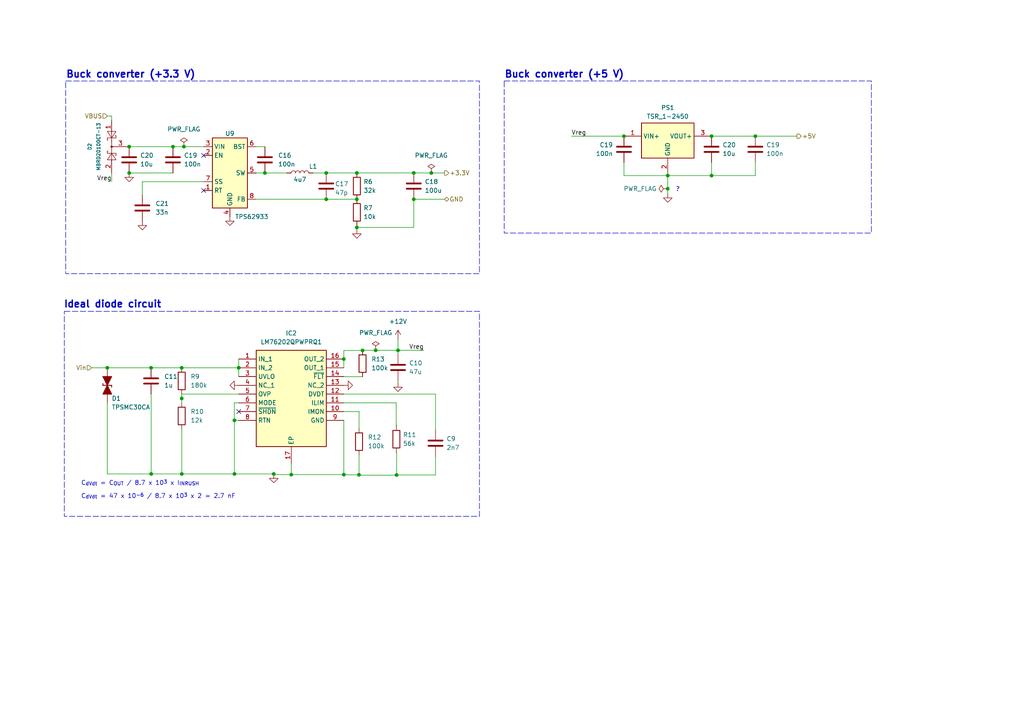
<source format=kicad_sch>
(kicad_sch
	(version 20231120)
	(generator "eeschema")
	(generator_version "8.0")
	(uuid "6159aad4-3df8-4b77-bdff-c4df127c8492")
	(paper "A4")
	(title_block
		(title "Fuel Cell Control Unit  (FCCU)")
		(date "2024-01-24")
		(company "Hydrogreen Pollub")
	)
	(lib_symbols
		(symbol "Device:C"
			(pin_numbers hide)
			(pin_names
				(offset 0.254)
			)
			(exclude_from_sim no)
			(in_bom yes)
			(on_board yes)
			(property "Reference" "C"
				(at 0.635 2.54 0)
				(effects
					(font
						(size 1.27 1.27)
					)
					(justify left)
				)
			)
			(property "Value" "C"
				(at 0.635 -2.54 0)
				(effects
					(font
						(size 1.27 1.27)
					)
					(justify left)
				)
			)
			(property "Footprint" ""
				(at 0.9652 -3.81 0)
				(effects
					(font
						(size 1.27 1.27)
					)
					(hide yes)
				)
			)
			(property "Datasheet" "~"
				(at 0 0 0)
				(effects
					(font
						(size 1.27 1.27)
					)
					(hide yes)
				)
			)
			(property "Description" "Unpolarized capacitor"
				(at 0 0 0)
				(effects
					(font
						(size 1.27 1.27)
					)
					(hide yes)
				)
			)
			(property "ki_keywords" "cap capacitor"
				(at 0 0 0)
				(effects
					(font
						(size 1.27 1.27)
					)
					(hide yes)
				)
			)
			(property "ki_fp_filters" "C_*"
				(at 0 0 0)
				(effects
					(font
						(size 1.27 1.27)
					)
					(hide yes)
				)
			)
			(symbol "C_0_1"
				(polyline
					(pts
						(xy -2.032 -0.762) (xy 2.032 -0.762)
					)
					(stroke
						(width 0.508)
						(type default)
					)
					(fill
						(type none)
					)
				)
				(polyline
					(pts
						(xy -2.032 0.762) (xy 2.032 0.762)
					)
					(stroke
						(width 0.508)
						(type default)
					)
					(fill
						(type none)
					)
				)
			)
			(symbol "C_1_1"
				(pin passive line
					(at 0 3.81 270)
					(length 2.794)
					(name "~"
						(effects
							(font
								(size 1.27 1.27)
							)
						)
					)
					(number "1"
						(effects
							(font
								(size 1.27 1.27)
							)
						)
					)
				)
				(pin passive line
					(at 0 -3.81 90)
					(length 2.794)
					(name "~"
						(effects
							(font
								(size 1.27 1.27)
							)
						)
					)
					(number "2"
						(effects
							(font
								(size 1.27 1.27)
							)
						)
					)
				)
			)
		)
		(symbol "Device:L"
			(pin_numbers hide)
			(pin_names
				(offset 1.016) hide)
			(exclude_from_sim no)
			(in_bom yes)
			(on_board yes)
			(property "Reference" "L"
				(at -1.27 0 90)
				(effects
					(font
						(size 1.27 1.27)
					)
				)
			)
			(property "Value" "L"
				(at 1.905 0 90)
				(effects
					(font
						(size 1.27 1.27)
					)
				)
			)
			(property "Footprint" ""
				(at 0 0 0)
				(effects
					(font
						(size 1.27 1.27)
					)
					(hide yes)
				)
			)
			(property "Datasheet" "~"
				(at 0 0 0)
				(effects
					(font
						(size 1.27 1.27)
					)
					(hide yes)
				)
			)
			(property "Description" "Inductor"
				(at 0 0 0)
				(effects
					(font
						(size 1.27 1.27)
					)
					(hide yes)
				)
			)
			(property "ki_keywords" "inductor choke coil reactor magnetic"
				(at 0 0 0)
				(effects
					(font
						(size 1.27 1.27)
					)
					(hide yes)
				)
			)
			(property "ki_fp_filters" "Choke_* *Coil* Inductor_* L_*"
				(at 0 0 0)
				(effects
					(font
						(size 1.27 1.27)
					)
					(hide yes)
				)
			)
			(symbol "L_0_1"
				(arc
					(start 0 -2.54)
					(mid 0.6323 -1.905)
					(end 0 -1.27)
					(stroke
						(width 0)
						(type default)
					)
					(fill
						(type none)
					)
				)
				(arc
					(start 0 -1.27)
					(mid 0.6323 -0.635)
					(end 0 0)
					(stroke
						(width 0)
						(type default)
					)
					(fill
						(type none)
					)
				)
				(arc
					(start 0 0)
					(mid 0.6323 0.635)
					(end 0 1.27)
					(stroke
						(width 0)
						(type default)
					)
					(fill
						(type none)
					)
				)
				(arc
					(start 0 1.27)
					(mid 0.6323 1.905)
					(end 0 2.54)
					(stroke
						(width 0)
						(type default)
					)
					(fill
						(type none)
					)
				)
			)
			(symbol "L_1_1"
				(pin passive line
					(at 0 3.81 270)
					(length 1.27)
					(name "1"
						(effects
							(font
								(size 1.27 1.27)
							)
						)
					)
					(number "1"
						(effects
							(font
								(size 1.27 1.27)
							)
						)
					)
				)
				(pin passive line
					(at 0 -3.81 90)
					(length 1.27)
					(name "2"
						(effects
							(font
								(size 1.27 1.27)
							)
						)
					)
					(number "2"
						(effects
							(font
								(size 1.27 1.27)
							)
						)
					)
				)
			)
		)
		(symbol "Device:R"
			(pin_numbers hide)
			(pin_names
				(offset 0)
			)
			(exclude_from_sim no)
			(in_bom yes)
			(on_board yes)
			(property "Reference" "R"
				(at 2.032 0 90)
				(effects
					(font
						(size 1.27 1.27)
					)
				)
			)
			(property "Value" "R"
				(at 0 0 90)
				(effects
					(font
						(size 1.27 1.27)
					)
				)
			)
			(property "Footprint" ""
				(at -1.778 0 90)
				(effects
					(font
						(size 1.27 1.27)
					)
					(hide yes)
				)
			)
			(property "Datasheet" "~"
				(at 0 0 0)
				(effects
					(font
						(size 1.27 1.27)
					)
					(hide yes)
				)
			)
			(property "Description" "Resistor"
				(at 0 0 0)
				(effects
					(font
						(size 1.27 1.27)
					)
					(hide yes)
				)
			)
			(property "ki_keywords" "R res resistor"
				(at 0 0 0)
				(effects
					(font
						(size 1.27 1.27)
					)
					(hide yes)
				)
			)
			(property "ki_fp_filters" "R_*"
				(at 0 0 0)
				(effects
					(font
						(size 1.27 1.27)
					)
					(hide yes)
				)
			)
			(symbol "R_0_1"
				(rectangle
					(start -1.016 -2.54)
					(end 1.016 2.54)
					(stroke
						(width 0.254)
						(type default)
					)
					(fill
						(type none)
					)
				)
			)
			(symbol "R_1_1"
				(pin passive line
					(at 0 3.81 270)
					(length 1.27)
					(name "~"
						(effects
							(font
								(size 1.27 1.27)
							)
						)
					)
					(number "1"
						(effects
							(font
								(size 1.27 1.27)
							)
						)
					)
				)
				(pin passive line
					(at 0 -3.81 90)
					(length 1.27)
					(name "~"
						(effects
							(font
								(size 1.27 1.27)
							)
						)
					)
					(number "2"
						(effects
							(font
								(size 1.27 1.27)
							)
						)
					)
				)
			)
		)
		(symbol "Diode:BAS40-04"
			(pin_names
				(offset 1.016)
			)
			(exclude_from_sim no)
			(in_bom yes)
			(on_board yes)
			(property "Reference" "D2"
				(at 0 6.35 0)
				(effects
					(font
						(size 1.27 1.27)
					)
				)
			)
			(property "Value" "BAS40-04"
				(at 0 8.89 0)
				(effects
					(font
						(size 1.27 1.27)
					)
				)
			)
			(property "Footprint" "Package_TO_SOT_SMD:SOT-23"
				(at -6.35 7.62 0)
				(effects
					(font
						(size 1.27 1.27)
					)
					(justify left)
					(hide yes)
				)
			)
			(property "Datasheet" "http://www.vishay.com/docs/85701/bas40v.pdf"
				(at -2.54 7.62 0)
				(effects
					(font
						(size 1.27 1.27)
					)
					(hide yes)
				)
			)
			(property "Description" "40V 0.2A Dual Small Signal Schottky Diodes"
				(at 0 0 0)
				(effects
					(font
						(size 1.27 1.27)
					)
					(hide yes)
				)
			)
			(property "ki_keywords" "Schottky, Diode"
				(at 0 0 0)
				(effects
					(font
						(size 1.27 1.27)
					)
					(hide yes)
				)
			)
			(property "ki_fp_filters" "SOT?23*"
				(at 0 0 0)
				(effects
					(font
						(size 1.27 1.27)
					)
					(hide yes)
				)
			)
			(symbol "BAS40-04_0_1"
				(polyline
					(pts
						(xy -3.81 2.54) (xy -1.27 2.54)
					)
					(stroke
						(width 0)
						(type default)
					)
					(fill
						(type none)
					)
				)
				(polyline
					(pts
						(xy -3.175 1.27) (xy -3.175 1.524)
					)
					(stroke
						(width 0)
						(type default)
					)
					(fill
						(type none)
					)
				)
				(polyline
					(pts
						(xy -2.54 1.27) (xy -3.175 1.27)
					)
					(stroke
						(width 0)
						(type default)
					)
					(fill
						(type none)
					)
				)
				(polyline
					(pts
						(xy -2.54 1.27) (xy -2.54 3.81)
					)
					(stroke
						(width 0)
						(type default)
					)
					(fill
						(type none)
					)
				)
				(polyline
					(pts
						(xy -2.54 3.81) (xy -1.905 3.81)
					)
					(stroke
						(width 0)
						(type default)
					)
					(fill
						(type none)
					)
				)
				(polyline
					(pts
						(xy -1.905 2.54) (xy 1.905 2.54)
					)
					(stroke
						(width 0)
						(type default)
					)
					(fill
						(type none)
					)
				)
				(polyline
					(pts
						(xy -1.905 3.81) (xy -1.905 3.556)
					)
					(stroke
						(width 0)
						(type default)
					)
					(fill
						(type none)
					)
				)
				(polyline
					(pts
						(xy 1.27 3.81) (xy 1.27 3.556)
					)
					(stroke
						(width 0)
						(type default)
					)
					(fill
						(type none)
					)
				)
				(polyline
					(pts
						(xy 1.905 1.27) (xy 1.905 3.81)
					)
					(stroke
						(width 0)
						(type default)
					)
					(fill
						(type none)
					)
				)
				(polyline
					(pts
						(xy 1.905 1.27) (xy 2.54 1.27)
					)
					(stroke
						(width 0)
						(type default)
					)
					(fill
						(type none)
					)
				)
				(polyline
					(pts
						(xy 1.905 3.81) (xy 1.27 3.81)
					)
					(stroke
						(width 0)
						(type default)
					)
					(fill
						(type none)
					)
				)
				(polyline
					(pts
						(xy 2.54 1.27) (xy 2.54 1.524)
					)
					(stroke
						(width 0)
						(type default)
					)
					(fill
						(type none)
					)
				)
				(polyline
					(pts
						(xy 4.445 2.54) (xy 1.905 2.54)
					)
					(stroke
						(width 0)
						(type default)
					)
					(fill
						(type none)
					)
				)
				(polyline
					(pts
						(xy -4.445 3.81) (xy -4.445 1.27) (xy -2.54 2.54) (xy -4.445 3.81)
					)
					(stroke
						(width 0)
						(type default)
					)
					(fill
						(type none)
					)
				)
				(polyline
					(pts
						(xy 3.81 3.81) (xy 3.81 1.27) (xy 1.905 2.54) (xy 3.81 3.81)
					)
					(stroke
						(width 0)
						(type default)
					)
					(fill
						(type none)
					)
				)
				(circle
					(center 0 2.54)
					(radius 0.254)
					(stroke
						(width 0)
						(type default)
					)
					(fill
						(type outline)
					)
				)
			)
			(symbol "BAS40-04_1_1"
				(pin passive line
					(at -7.62 2.54 0)
					(length 3.81)
					(name "~"
						(effects
							(font
								(size 1.27 1.27)
							)
						)
					)
					(number "1"
						(effects
							(font
								(size 1.27 1.27)
							)
						)
					)
				)
				(pin passive line
					(at 7.62 2.54 180)
					(length 3.81)
					(name "~"
						(effects
							(font
								(size 1.27 1.27)
							)
						)
					)
					(number "2"
						(effects
							(font
								(size 1.27 1.27)
							)
						)
					)
				)
				(pin passive line
					(at 0 -2.54 90)
					(length 5.08)
					(name "~"
						(effects
							(font
								(size 1.27 1.27)
							)
						)
					)
					(number "3"
						(effects
							(font
								(size 1.27 1.27)
							)
						)
					)
				)
			)
		)
		(symbol "Lm7602 ideal diode:LM76202QPWPRQ1"
			(exclude_from_sim no)
			(in_bom yes)
			(on_board yes)
			(property "Reference" "IC"
				(at 26.67 7.62 0)
				(effects
					(font
						(size 1.27 1.27)
					)
					(justify left top)
				)
			)
			(property "Value" "LM76202QPWPRQ1"
				(at 26.67 5.08 0)
				(effects
					(font
						(size 1.27 1.27)
					)
					(justify left top)
				)
			)
			(property "Footprint" "SOP65P640X120-17N"
				(at 26.67 -94.92 0)
				(effects
					(font
						(size 1.27 1.27)
					)
					(justify left top)
					(hide yes)
				)
			)
			(property "Datasheet" "http://www.ti.com/general/docs/suppproductinfo.tsp?distId=10&gotoUrl=http%3A%2F%2Fwww.ti.com%2Flit%2Fgpn%2Flm76202-q1"
				(at 26.67 -194.92 0)
				(effects
					(font
						(size 1.27 1.27)
					)
					(justify left top)
					(hide yes)
				)
			)
			(property "Description" "60V 2.2A ideal diode with integrated FET"
				(at 0 0 0)
				(effects
					(font
						(size 1.27 1.27)
					)
					(hide yes)
				)
			)
			(property "Height" "1.2"
				(at 26.67 -394.92 0)
				(effects
					(font
						(size 1.27 1.27)
					)
					(justify left top)
					(hide yes)
				)
			)
			(property "Mouser Part Number" "595-LM76202QPWPRQ1"
				(at 26.67 -494.92 0)
				(effects
					(font
						(size 1.27 1.27)
					)
					(justify left top)
					(hide yes)
				)
			)
			(property "Mouser Price/Stock" "https://www.mouser.co.uk/ProductDetail/Texas-Instruments/LM76202QPWPRQ1?qs=B6kkDfuK7%2FDO3IObrBgfZg%3D%3D"
				(at 26.67 -594.92 0)
				(effects
					(font
						(size 1.27 1.27)
					)
					(justify left top)
					(hide yes)
				)
			)
			(property "Manufacturer_Name" "Texas Instruments"
				(at 26.67 -694.92 0)
				(effects
					(font
						(size 1.27 1.27)
					)
					(justify left top)
					(hide yes)
				)
			)
			(property "Manufacturer_Part_Number" "LM76202QPWPRQ1"
				(at 26.67 -794.92 0)
				(effects
					(font
						(size 1.27 1.27)
					)
					(justify left top)
					(hide yes)
				)
			)
			(symbol "LM76202QPWPRQ1_1_1"
				(rectangle
					(start 5.08 2.54)
					(end 25.4 -25.4)
					(stroke
						(width 0.254)
						(type default)
					)
					(fill
						(type background)
					)
				)
				(pin passive line
					(at 0 0 0)
					(length 5.08)
					(name "IN_1"
						(effects
							(font
								(size 1.27 1.27)
							)
						)
					)
					(number "1"
						(effects
							(font
								(size 1.27 1.27)
							)
						)
					)
				)
				(pin passive line
					(at 30.48 -15.24 180)
					(length 5.08)
					(name "IMON"
						(effects
							(font
								(size 1.27 1.27)
							)
						)
					)
					(number "10"
						(effects
							(font
								(size 1.27 1.27)
							)
						)
					)
				)
				(pin passive line
					(at 30.48 -12.7 180)
					(length 5.08)
					(name "ILIM"
						(effects
							(font
								(size 1.27 1.27)
							)
						)
					)
					(number "11"
						(effects
							(font
								(size 1.27 1.27)
							)
						)
					)
				)
				(pin passive line
					(at 30.48 -10.16 180)
					(length 5.08)
					(name "DVDT"
						(effects
							(font
								(size 1.27 1.27)
							)
						)
					)
					(number "12"
						(effects
							(font
								(size 1.27 1.27)
							)
						)
					)
				)
				(pin passive line
					(at 30.48 -7.62 180)
					(length 5.08)
					(name "NC_2"
						(effects
							(font
								(size 1.27 1.27)
							)
						)
					)
					(number "13"
						(effects
							(font
								(size 1.27 1.27)
							)
						)
					)
				)
				(pin passive line
					(at 30.48 -5.08 180)
					(length 5.08)
					(name "~{FLT}"
						(effects
							(font
								(size 1.27 1.27)
							)
						)
					)
					(number "14"
						(effects
							(font
								(size 1.27 1.27)
							)
						)
					)
				)
				(pin passive line
					(at 30.48 -2.54 180)
					(length 5.08)
					(name "OUT_1"
						(effects
							(font
								(size 1.27 1.27)
							)
						)
					)
					(number "15"
						(effects
							(font
								(size 1.27 1.27)
							)
						)
					)
				)
				(pin passive line
					(at 30.48 0 180)
					(length 5.08)
					(name "OUT_2"
						(effects
							(font
								(size 1.27 1.27)
							)
						)
					)
					(number "16"
						(effects
							(font
								(size 1.27 1.27)
							)
						)
					)
				)
				(pin passive line
					(at 15.24 -30.48 90)
					(length 5.08)
					(name "EP"
						(effects
							(font
								(size 1.27 1.27)
							)
						)
					)
					(number "17"
						(effects
							(font
								(size 1.27 1.27)
							)
						)
					)
				)
				(pin passive line
					(at 0 -2.54 0)
					(length 5.08)
					(name "IN_2"
						(effects
							(font
								(size 1.27 1.27)
							)
						)
					)
					(number "2"
						(effects
							(font
								(size 1.27 1.27)
							)
						)
					)
				)
				(pin passive line
					(at 0 -5.08 0)
					(length 5.08)
					(name "UVLO"
						(effects
							(font
								(size 1.27 1.27)
							)
						)
					)
					(number "3"
						(effects
							(font
								(size 1.27 1.27)
							)
						)
					)
				)
				(pin passive line
					(at 0 -7.62 0)
					(length 5.08)
					(name "NC_1"
						(effects
							(font
								(size 1.27 1.27)
							)
						)
					)
					(number "4"
						(effects
							(font
								(size 1.27 1.27)
							)
						)
					)
				)
				(pin passive line
					(at 0 -10.16 0)
					(length 5.08)
					(name "OVP"
						(effects
							(font
								(size 1.27 1.27)
							)
						)
					)
					(number "5"
						(effects
							(font
								(size 1.27 1.27)
							)
						)
					)
				)
				(pin passive line
					(at 0 -12.7 0)
					(length 5.08)
					(name "MODE"
						(effects
							(font
								(size 1.27 1.27)
							)
						)
					)
					(number "6"
						(effects
							(font
								(size 1.27 1.27)
							)
						)
					)
				)
				(pin passive line
					(at 0 -15.24 0)
					(length 5.08)
					(name "~{SHDN}"
						(effects
							(font
								(size 1.27 1.27)
							)
						)
					)
					(number "7"
						(effects
							(font
								(size 1.27 1.27)
							)
						)
					)
				)
				(pin passive line
					(at 0 -17.78 0)
					(length 5.08)
					(name "RTN"
						(effects
							(font
								(size 1.27 1.27)
							)
						)
					)
					(number "8"
						(effects
							(font
								(size 1.27 1.27)
							)
						)
					)
				)
				(pin passive line
					(at 30.48 -17.78 180)
					(length 5.08)
					(name "GND"
						(effects
							(font
								(size 1.27 1.27)
							)
						)
					)
					(number "9"
						(effects
							(font
								(size 1.27 1.27)
							)
						)
					)
				)
			)
		)
		(symbol "PCM_Diode_TVS_AKL:TPSMC30CA"
			(pin_numbers hide)
			(pin_names
				(offset 1.016) hide)
			(exclude_from_sim no)
			(in_bom yes)
			(on_board yes)
			(property "Reference" "D"
				(at 0 5.08 0)
				(effects
					(font
						(size 1.27 1.27)
					)
				)
			)
			(property "Value" "TPSMC30CA"
				(at 0 2.54 0)
				(effects
					(font
						(size 1.27 1.27)
					)
				)
			)
			(property "Footprint" "Diode_SMD_AKL:D_SMC_TVS"
				(at 0 0 0)
				(effects
					(font
						(size 1.27 1.27)
					)
					(hide yes)
				)
			)
			(property "Datasheet" "https://www.tme.eu/Document/fe696fca10a75ca6fef9faefe21b9450/TPSMC_ser.pdf"
				(at 0 0 0)
				(effects
					(font
						(size 1.27 1.27)
					)
					(hide yes)
				)
			)
			(property "Description" "SMC Bidirectional TVS Diode, 30V, 1500W, Alternate KiCAD Library"
				(at 0 0 0)
				(effects
					(font
						(size 1.27 1.27)
					)
					(hide yes)
				)
			)
			(property "ki_keywords" "diode TVS bidirectional TPSMC-CA"
				(at 0 0 0)
				(effects
					(font
						(size 1.27 1.27)
					)
					(hide yes)
				)
			)
			(property "ki_fp_filters" "TO-???* *_Diode_* *SingleDiode* D_*"
				(at 0 0 0)
				(effects
					(font
						(size 1.27 1.27)
					)
					(hide yes)
				)
			)
			(symbol "TPSMC30CA_0_1"
				(polyline
					(pts
						(xy 0 -1.27) (xy -0.508 -1.27)
					)
					(stroke
						(width 0.254)
						(type default)
					)
					(fill
						(type none)
					)
				)
				(polyline
					(pts
						(xy 0 1.27) (xy 0 -1.27)
					)
					(stroke
						(width 0.254)
						(type default)
					)
					(fill
						(type none)
					)
				)
				(polyline
					(pts
						(xy 0 1.27) (xy 0.508 1.27)
					)
					(stroke
						(width 0.254)
						(type default)
					)
					(fill
						(type none)
					)
				)
				(polyline
					(pts
						(xy 1.27 0) (xy -1.27 0)
					)
					(stroke
						(width 0)
						(type default)
					)
					(fill
						(type none)
					)
				)
				(polyline
					(pts
						(xy 0 0) (xy -2.54 1.27) (xy -2.54 -1.27) (xy 0 0)
					)
					(stroke
						(width 0.254)
						(type default)
					)
					(fill
						(type outline)
					)
				)
				(polyline
					(pts
						(xy 2.54 1.27) (xy 2.54 -1.27) (xy 0 0) (xy 2.54 1.27)
					)
					(stroke
						(width 0.254)
						(type default)
					)
					(fill
						(type outline)
					)
				)
			)
			(symbol "TPSMC30CA_1_1"
				(pin passive line
					(at -5.08 0 0)
					(length 2.54)
					(name "K"
						(effects
							(font
								(size 1.27 1.27)
							)
						)
					)
					(number "1"
						(effects
							(font
								(size 1.27 1.27)
							)
						)
					)
				)
				(pin passive line
					(at 5.08 0 180)
					(length 2.54)
					(name "A"
						(effects
							(font
								(size 1.27 1.27)
							)
						)
					)
					(number "2"
						(effects
							(font
								(size 1.27 1.27)
							)
						)
					)
				)
			)
		)
		(symbol "Regulator_Switching:TPS62933"
			(exclude_from_sim no)
			(in_bom yes)
			(on_board yes)
			(property "Reference" "U"
				(at 0 13.97 0)
				(effects
					(font
						(size 1.27 1.27)
					)
				)
			)
			(property "Value" "TPS62933"
				(at 0 11.43 0)
				(effects
					(font
						(size 1.27 1.27)
					)
				)
			)
			(property "Footprint" "Package_TO_SOT_SMD:SOT-583-8"
				(at 0 -25.4 0)
				(effects
					(font
						(size 1.27 1.27)
					)
					(hide yes)
				)
			)
			(property "Datasheet" "https://www.ti.com/lit/ds/symlink/tps62933.pdf"
				(at 0 -22.86 0)
				(effects
					(font
						(size 1.27 1.27)
					)
					(hide yes)
				)
			)
			(property "Description" "3.8-V to 30-V, 2-A, 3-A Synchronous Buck Converters, SOT583-8"
				(at 0 0 0)
				(effects
					(font
						(size 1.27 1.27)
					)
					(hide yes)
				)
			)
			(property "ki_keywords" "synchronous buck converter "
				(at 0 0 0)
				(effects
					(font
						(size 1.27 1.27)
					)
					(hide yes)
				)
			)
			(property "ki_fp_filters" "SOT?583*"
				(at 0 0 0)
				(effects
					(font
						(size 1.27 1.27)
					)
					(hide yes)
				)
			)
			(symbol "TPS62933_0_1"
				(rectangle
					(start -5.08 10.16)
					(end 5.08 -10.16)
					(stroke
						(width 0.254)
						(type default)
					)
					(fill
						(type background)
					)
				)
			)
			(symbol "TPS62933_1_1"
				(pin passive line
					(at -7.62 -5.08 0)
					(length 2.54)
					(name "RT"
						(effects
							(font
								(size 1.27 1.27)
							)
						)
					)
					(number "1"
						(effects
							(font
								(size 1.27 1.27)
							)
						)
					)
				)
				(pin input line
					(at -7.62 5.08 0)
					(length 2.54)
					(name "EN"
						(effects
							(font
								(size 1.27 1.27)
							)
						)
					)
					(number "2"
						(effects
							(font
								(size 1.27 1.27)
							)
						)
					)
				)
				(pin power_in line
					(at -7.62 7.62 0)
					(length 2.54)
					(name "VIN"
						(effects
							(font
								(size 1.27 1.27)
							)
						)
					)
					(number "3"
						(effects
							(font
								(size 1.27 1.27)
							)
						)
					)
				)
				(pin power_in line
					(at 0 -12.7 90)
					(length 2.54)
					(name "GND"
						(effects
							(font
								(size 1.27 1.27)
							)
						)
					)
					(number "4"
						(effects
							(font
								(size 1.27 1.27)
							)
						)
					)
				)
				(pin output line
					(at 7.62 0 180)
					(length 2.54)
					(name "SW"
						(effects
							(font
								(size 1.27 1.27)
							)
						)
					)
					(number "5"
						(effects
							(font
								(size 1.27 1.27)
							)
						)
					)
				)
				(pin passive line
					(at 7.62 7.62 180)
					(length 2.54)
					(name "BST"
						(effects
							(font
								(size 1.27 1.27)
							)
						)
					)
					(number "6"
						(effects
							(font
								(size 1.27 1.27)
							)
						)
					)
				)
				(pin passive line
					(at -7.62 -2.54 0)
					(length 2.54)
					(name "SS"
						(effects
							(font
								(size 1.27 1.27)
							)
						)
					)
					(number "7"
						(effects
							(font
								(size 1.27 1.27)
							)
						)
					)
				)
				(pin input line
					(at 7.62 -7.62 180)
					(length 2.54)
					(name "FB"
						(effects
							(font
								(size 1.27 1.27)
							)
						)
					)
					(number "8"
						(effects
							(font
								(size 1.27 1.27)
							)
						)
					)
				)
			)
		)
		(symbol "Tracko  1-2450 5V:TSR_1-2450"
			(exclude_from_sim no)
			(in_bom yes)
			(on_board yes)
			(property "Reference" "PS1"
				(at 17.78 7.62 0)
				(effects
					(font
						(size 1.27 1.27)
					)
					(justify right)
				)
			)
			(property "Value" "TSR_1-2450"
				(at 17.78 5.08 0)
				(effects
					(font
						(size 1.27 1.27)
					)
					(justify right)
				)
			)
			(property "Footprint" "TSR-1-24120"
				(at 21.59 -94.92 0)
				(effects
					(font
						(size 1.27 1.27)
					)
					(justify left top)
					(hide yes)
				)
			)
			(property "Datasheet" "https://tracopower.com/tsr1-datasheet/"
				(at 21.59 -194.92 0)
				(effects
					(font
						(size 1.27 1.27)
					)
					(justify left top)
					(hide yes)
				)
			)
			(property "Description" "1 Amp POL switching regulator, 4.6 to -36 VDC input, pos.-pos. circuit, LM78 compatible, SIP-3"
				(at 0 0 0)
				(effects
					(font
						(size 1.27 1.27)
					)
					(hide yes)
				)
			)
			(property "Height" ""
				(at 21.59 -394.92 0)
				(effects
					(font
						(size 1.27 1.27)
					)
					(justify left top)
					(hide yes)
				)
			)
			(property "TME Electronic Components Part Number" ""
				(at 21.59 -494.92 0)
				(effects
					(font
						(size 1.27 1.27)
					)
					(justify left top)
					(hide yes)
				)
			)
			(property "TME Electronic Components Price/Stock" ""
				(at 21.59 -594.92 0)
				(effects
					(font
						(size 1.27 1.27)
					)
					(justify left top)
					(hide yes)
				)
			)
			(property "Manufacturer_Name" "Traco Power"
				(at 21.59 -694.92 0)
				(effects
					(font
						(size 1.27 1.27)
					)
					(justify left top)
					(hide yes)
				)
			)
			(property "Manufacturer_Part_Number" "TSR 1-2450"
				(at 21.59 -794.92 0)
				(effects
					(font
						(size 1.27 1.27)
					)
					(justify left top)
					(hide yes)
				)
			)
			(symbol "TSR_1-2450_1_1"
				(rectangle
					(start 5.08 2.54)
					(end 20.32 -7.62)
					(stroke
						(width 0.254)
						(type default)
					)
					(fill
						(type background)
					)
				)
				(pin input line
					(at 0 -1.27 0)
					(length 5.08)
					(name "VIN+"
						(effects
							(font
								(size 1.27 1.27)
							)
						)
					)
					(number "1"
						(effects
							(font
								(size 1.27 1.27)
							)
						)
					)
				)
				(pin power_in line
					(at 12.7 -12.7 90)
					(length 5.08)
					(name "GND"
						(effects
							(font
								(size 1.27 1.27)
							)
						)
					)
					(number "2"
						(effects
							(font
								(size 1.27 1.27)
							)
						)
					)
				)
				(pin input line
					(at 25.4 -1.27 180)
					(length 5.08)
					(name "VOUT+"
						(effects
							(font
								(size 1.27 1.27)
							)
						)
					)
					(number "3"
						(effects
							(font
								(size 1.27 1.27)
							)
						)
					)
				)
			)
		)
		(symbol "power:+12V"
			(power)
			(pin_names
				(offset 0)
			)
			(exclude_from_sim no)
			(in_bom yes)
			(on_board yes)
			(property "Reference" "#PWR"
				(at 0 -3.81 0)
				(effects
					(font
						(size 1.27 1.27)
					)
					(hide yes)
				)
			)
			(property "Value" "+12V"
				(at 0 3.556 0)
				(effects
					(font
						(size 1.27 1.27)
					)
				)
			)
			(property "Footprint" ""
				(at 0 0 0)
				(effects
					(font
						(size 1.27 1.27)
					)
					(hide yes)
				)
			)
			(property "Datasheet" ""
				(at 0 0 0)
				(effects
					(font
						(size 1.27 1.27)
					)
					(hide yes)
				)
			)
			(property "Description" "Power symbol creates a global label with name \"+12V\""
				(at 0 0 0)
				(effects
					(font
						(size 1.27 1.27)
					)
					(hide yes)
				)
			)
			(property "ki_keywords" "global power"
				(at 0 0 0)
				(effects
					(font
						(size 1.27 1.27)
					)
					(hide yes)
				)
			)
			(symbol "+12V_0_1"
				(polyline
					(pts
						(xy -0.762 1.27) (xy 0 2.54)
					)
					(stroke
						(width 0)
						(type default)
					)
					(fill
						(type none)
					)
				)
				(polyline
					(pts
						(xy 0 0) (xy 0 2.54)
					)
					(stroke
						(width 0)
						(type default)
					)
					(fill
						(type none)
					)
				)
				(polyline
					(pts
						(xy 0 2.54) (xy 0.762 1.27)
					)
					(stroke
						(width 0)
						(type default)
					)
					(fill
						(type none)
					)
				)
			)
			(symbol "+12V_1_1"
				(pin power_in line
					(at 0 0 90)
					(length 0) hide
					(name "+12V"
						(effects
							(font
								(size 1.27 1.27)
							)
						)
					)
					(number "1"
						(effects
							(font
								(size 1.27 1.27)
							)
						)
					)
				)
			)
		)
		(symbol "power:GND"
			(power)
			(pin_names
				(offset 0)
			)
			(exclude_from_sim no)
			(in_bom yes)
			(on_board yes)
			(property "Reference" "#PWR"
				(at 0 -6.35 0)
				(effects
					(font
						(size 1.27 1.27)
					)
					(hide yes)
				)
			)
			(property "Value" "GND"
				(at 0 -3.81 0)
				(effects
					(font
						(size 1.27 1.27)
					)
				)
			)
			(property "Footprint" ""
				(at 0 0 0)
				(effects
					(font
						(size 1.27 1.27)
					)
					(hide yes)
				)
			)
			(property "Datasheet" ""
				(at 0 0 0)
				(effects
					(font
						(size 1.27 1.27)
					)
					(hide yes)
				)
			)
			(property "Description" "Power symbol creates a global label with name \"GND\" , ground"
				(at 0 0 0)
				(effects
					(font
						(size 1.27 1.27)
					)
					(hide yes)
				)
			)
			(property "ki_keywords" "global power"
				(at 0 0 0)
				(effects
					(font
						(size 1.27 1.27)
					)
					(hide yes)
				)
			)
			(symbol "GND_0_1"
				(polyline
					(pts
						(xy 0 0) (xy 0 -1.27) (xy 1.27 -1.27) (xy 0 -2.54) (xy -1.27 -1.27) (xy 0 -1.27)
					)
					(stroke
						(width 0)
						(type default)
					)
					(fill
						(type none)
					)
				)
			)
			(symbol "GND_1_1"
				(pin power_in line
					(at 0 0 270)
					(length 0) hide
					(name "GND"
						(effects
							(font
								(size 1.27 1.27)
							)
						)
					)
					(number "1"
						(effects
							(font
								(size 1.27 1.27)
							)
						)
					)
				)
			)
		)
		(symbol "power:PWR_FLAG"
			(power)
			(pin_numbers hide)
			(pin_names
				(offset 0) hide)
			(exclude_from_sim no)
			(in_bom yes)
			(on_board yes)
			(property "Reference" "#FLG"
				(at 0 1.905 0)
				(effects
					(font
						(size 1.27 1.27)
					)
					(hide yes)
				)
			)
			(property "Value" "PWR_FLAG"
				(at 0 3.81 0)
				(effects
					(font
						(size 1.27 1.27)
					)
				)
			)
			(property "Footprint" ""
				(at 0 0 0)
				(effects
					(font
						(size 1.27 1.27)
					)
					(hide yes)
				)
			)
			(property "Datasheet" "~"
				(at 0 0 0)
				(effects
					(font
						(size 1.27 1.27)
					)
					(hide yes)
				)
			)
			(property "Description" "Special symbol for telling ERC where power comes from"
				(at 0 0 0)
				(effects
					(font
						(size 1.27 1.27)
					)
					(hide yes)
				)
			)
			(property "ki_keywords" "flag power"
				(at 0 0 0)
				(effects
					(font
						(size 1.27 1.27)
					)
					(hide yes)
				)
			)
			(symbol "PWR_FLAG_0_0"
				(pin power_out line
					(at 0 0 90)
					(length 0)
					(name "pwr"
						(effects
							(font
								(size 1.27 1.27)
							)
						)
					)
					(number "1"
						(effects
							(font
								(size 1.27 1.27)
							)
						)
					)
				)
			)
			(symbol "PWR_FLAG_0_1"
				(polyline
					(pts
						(xy 0 0) (xy 0 1.27) (xy -1.016 1.905) (xy 0 2.54) (xy 1.016 1.905) (xy 0 1.27)
					)
					(stroke
						(width 0)
						(type default)
					)
					(fill
						(type none)
					)
				)
			)
		)
	)
	(junction
		(at 193.675 54.737)
		(diameter 0)
		(color 0 0 0 0)
		(uuid "08f1b23c-fccb-4d7c-9d23-2c26aa16eddc")
	)
	(junction
		(at 67.9958 121.92)
		(diameter 0)
		(color 0 0 0 0)
		(uuid "12a03d94-3871-495b-8437-436296f202cf")
	)
	(junction
		(at 219.075 39.497)
		(diameter 0)
		(color 0 0 0 0)
		(uuid "23473b93-aa68-42cb-8c4b-3089d180b5f5")
	)
	(junction
		(at 103.505 65.9638)
		(diameter 0)
		(color 0 0 0 0)
		(uuid "242c4c55-347a-4aa0-99e7-2721f1a234fb")
	)
	(junction
		(at 105.156 101.6508)
		(diameter 0)
		(color 0 0 0 0)
		(uuid "25fef85b-3ae7-4752-ade4-eb6a157a939f")
	)
	(junction
		(at 37.465 50.165)
		(diameter 0)
		(color 0 0 0 0)
		(uuid "2929a86f-04b2-4982-800e-6292764340ac")
	)
	(junction
		(at 125.095 50.165)
		(diameter 0)
		(color 0 0 0 0)
		(uuid "31a41f20-e4e3-4e81-b7d7-462b0c5690d3")
	)
	(junction
		(at 94.615 50.165)
		(diameter 0)
		(color 0 0 0 0)
		(uuid "33d28e43-9c76-4609-b0ce-d89181ac40a2")
	)
	(junction
		(at 104.1146 137.7188)
		(diameter 0)
		(color 0 0 0 0)
		(uuid "3467d0ee-25b5-4622-8f2d-ee2a6d624c4a")
	)
	(junction
		(at 52.705 106.68)
		(diameter 0)
		(color 0 0 0 0)
		(uuid "3556523a-a5f1-4b18-a77c-e99802eba40c")
	)
	(junction
		(at 43.8404 137.4648)
		(diameter 0)
		(color 0 0 0 0)
		(uuid "3b64b35d-e4a0-4a14-87f1-990d172a3d5a")
	)
	(junction
		(at 103.505 50.165)
		(diameter 0)
		(color 0 0 0 0)
		(uuid "46d32e18-a40d-45b7-bc9c-01c3f1af8e57")
	)
	(junction
		(at 115.443 101.6)
		(diameter 0)
		(color 0 0 0 0)
		(uuid "631b9a12-b65a-4f4c-86e6-a9e8ab354b1b")
	)
	(junction
		(at 52.705 115.57)
		(diameter 0)
		(color 0 0 0 0)
		(uuid "6e330748-fee7-471a-84f9-60af111b34e1")
	)
	(junction
		(at 108.966 101.6)
		(diameter 0)
		(color 0 0 0 0)
		(uuid "7e705440-6fcb-4d80-b024-9787e304b47c")
	)
	(junction
		(at 94.615 57.785)
		(diameter 0)
		(color 0 0 0 0)
		(uuid "7ffd3f08-e436-4ae9-a403-abaf354529b5")
	)
	(junction
		(at 43.815 106.68)
		(diameter 0)
		(color 0 0 0 0)
		(uuid "80e82ed1-1e6a-4d86-a9fa-1023e031a24e")
	)
	(junction
		(at 206.375 39.497)
		(diameter 0)
		(color 0 0 0 0)
		(uuid "8848313d-8387-4e71-a0f8-2ff0822ef570")
	)
	(junction
		(at 120.015 57.785)
		(diameter 0)
		(color 0 0 0 0)
		(uuid "917a42e9-8b6e-46d1-b246-3bce1bf2e8a7")
	)
	(junction
		(at 67.9958 137.4648)
		(diameter 0)
		(color 0 0 0 0)
		(uuid "9ebc44f4-72ea-42fc-9936-4bea9cbca5cf")
	)
	(junction
		(at 79.4004 137.4648)
		(diameter 0)
		(color 0 0 0 0)
		(uuid "9f99c66b-e14b-4cf9-9d93-d4bd623f49ec")
	)
	(junction
		(at 69.2404 106.68)
		(diameter 0)
		(color 0 0 0 0)
		(uuid "a84ef0eb-0cfa-4fc8-b2e3-577ccce2fdbf")
	)
	(junction
		(at 52.7304 137.4648)
		(diameter 0)
		(color 0 0 0 0)
		(uuid "a8702a38-c9a0-4a89-9aae-1e04ed875e8a")
	)
	(junction
		(at 103.505 57.785)
		(diameter 0)
		(color 0 0 0 0)
		(uuid "b1302661-25fe-4d5a-aca0-67be1c8666e2")
	)
	(junction
		(at 53.34 42.545)
		(diameter 0)
		(color 0 0 0 0)
		(uuid "b169569f-a8d7-4aad-b994-2a458315da21")
	)
	(junction
		(at 99.7204 104.14)
		(diameter 0)
		(color 0 0 0 0)
		(uuid "b1a5c3ff-717f-4e66-a3ee-0e91cd0b04af")
	)
	(junction
		(at 180.975 39.497)
		(diameter 0)
		(color 0 0 0 0)
		(uuid "b74def2e-5fb5-4b0b-a579-ba6eb8aac2ed")
	)
	(junction
		(at 37.465 42.545)
		(diameter 0)
		(color 0 0 0 0)
		(uuid "c42c4941-2c65-4056-83c8-b89305ff9f6b")
	)
	(junction
		(at 76.835 50.165)
		(diameter 0)
		(color 0 0 0 0)
		(uuid "d66543a7-638c-4053-a9e6-b24aa98f732f")
	)
	(junction
		(at 115.0366 137.7696)
		(diameter 0)
		(color 0 0 0 0)
		(uuid "db070081-fc81-4460-a6ca-9aa0459ba43d")
	)
	(junction
		(at 120.015 50.165)
		(diameter 0)
		(color 0 0 0 0)
		(uuid "dfd901ac-4254-4da9-bf88-70a313eb7830")
	)
	(junction
		(at 31.115 106.68)
		(diameter 0)
		(color 0 0 0 0)
		(uuid "e01811ac-ef3c-4976-a40e-c5c32607475a")
	)
	(junction
		(at 193.675 50.927)
		(diameter 0)
		(color 0 0 0 0)
		(uuid "e09dec74-5c84-49a7-9a53-9d93012a166f")
	)
	(junction
		(at 206.375 50.927)
		(diameter 0)
		(color 0 0 0 0)
		(uuid "e1efd252-32d2-4106-b360-3d9bef6d0c45")
	)
	(junction
		(at 50.165 42.545)
		(diameter 0)
		(color 0 0 0 0)
		(uuid "edb39e6f-ecbb-472c-841d-9b94cd5dbb4f")
	)
	(junction
		(at 69.2404 106.6546)
		(diameter 0)
		(color 0 0 0 0)
		(uuid "f44c67bf-1a1d-4007-b819-38319ebd912b")
	)
	(junction
		(at 84.4804 137.668)
		(diameter 0)
		(color 0 0 0 0)
		(uuid "f7b8ce36-b0fe-4b98-949a-a2075fd71b03")
	)
	(junction
		(at 99.7204 137.668)
		(diameter 0)
		(color 0 0 0 0)
		(uuid "fce252ca-a4f3-4201-9b0c-282102e9fe20")
	)
	(no_connect
		(at 69.2404 119.38)
		(uuid "235d38cc-b288-4255-8922-4f9f19df25c3")
	)
	(no_connect
		(at 59.055 55.245)
		(uuid "9c3223dd-bac5-4a31-a1e6-6a2cae2d043e")
	)
	(no_connect
		(at 59.055 45.085)
		(uuid "ba75c3bf-d5f7-43b1-b854-5f8e0fe9c5dc")
	)
	(wire
		(pts
			(xy 74.295 57.785) (xy 94.615 57.785)
		)
		(stroke
			(width 0)
			(type default)
		)
		(uuid "011e81b0-62be-4bcf-b36d-2f81395917ba")
	)
	(wire
		(pts
			(xy 103.505 50.165) (xy 120.015 50.165)
		)
		(stroke
			(width 0)
			(type default)
		)
		(uuid "01a3c66b-7ba4-47b8-a359-1811978320f2")
	)
	(wire
		(pts
			(xy 115.443 101.6) (xy 122.936 101.6)
		)
		(stroke
			(width 0)
			(type default)
		)
		(uuid "048d3a53-1c5c-47ee-9b66-4c1e81dfb740")
	)
	(wire
		(pts
			(xy 69.2404 116.84) (xy 67.9704 116.84)
		)
		(stroke
			(width 0)
			(type default)
		)
		(uuid "07a28966-b6f8-49e6-aa39-af93c6d8a4b3")
	)
	(wire
		(pts
			(xy 115.0366 137.8204) (xy 115.0366 137.7696)
		)
		(stroke
			(width 0)
			(type default)
		)
		(uuid "0d095f27-4b30-4b5d-a87f-d94510604d41")
	)
	(wire
		(pts
			(xy 31.1404 137.4394) (xy 31.1404 137.4648)
		)
		(stroke
			(width 0)
			(type default)
		)
		(uuid "14d40985-e3be-4d17-9e7f-c35e84a737f3")
	)
	(wire
		(pts
			(xy 32.385 33.655) (xy 32.385 34.925)
		)
		(stroke
			(width 0)
			(type default)
		)
		(uuid "173edcc0-797a-461d-ba00-c4c621eceec7")
	)
	(wire
		(pts
			(xy 126.3142 114.3) (xy 99.7204 114.3)
		)
		(stroke
			(width 0)
			(type default)
		)
		(uuid "1a6d9ccd-dd62-4980-9171-d99383fff740")
	)
	(wire
		(pts
			(xy 120.015 57.785) (xy 120.015 65.9638)
		)
		(stroke
			(width 0)
			(type default)
		)
		(uuid "1a8f4583-ca38-4b2a-805b-c03f4926a62a")
	)
	(wire
		(pts
			(xy 53.34 42.545) (xy 59.055 42.545)
		)
		(stroke
			(width 0)
			(type default)
		)
		(uuid "1b00d77d-6aeb-4bf3-8825-3a3868f83533")
	)
	(wire
		(pts
			(xy 79.4004 137.668) (xy 84.4804 137.668)
		)
		(stroke
			(width 0)
			(type default)
		)
		(uuid "1b376069-c26d-47f5-8396-78f3ed744ac5")
	)
	(wire
		(pts
			(xy 90.805 50.165) (xy 94.615 50.165)
		)
		(stroke
			(width 0)
			(type default)
		)
		(uuid "1dfd4da3-5d43-4a55-80cd-63d5e8aadf0b")
	)
	(wire
		(pts
			(xy 67.9704 116.84) (xy 67.9704 121.92)
		)
		(stroke
			(width 0)
			(type default)
		)
		(uuid "1e4c19bd-c54e-406c-85ce-9d54c58d41ed")
	)
	(wire
		(pts
			(xy 52.7304 114.3) (xy 69.2404 114.3)
		)
		(stroke
			(width 0)
			(type default)
		)
		(uuid "22de0877-c164-4cf8-b5ae-b03880f57106")
	)
	(wire
		(pts
			(xy 94.615 50.165) (xy 103.505 50.165)
		)
		(stroke
			(width 0)
			(type default)
		)
		(uuid "24174daf-74fc-4a82-a28d-7cd48f837929")
	)
	(wire
		(pts
			(xy 41.275 56.515) (xy 41.275 52.705)
		)
		(stroke
			(width 0)
			(type default)
		)
		(uuid "29154e52-31aa-451e-bd71-3b0b2c0da013")
	)
	(wire
		(pts
			(xy 69.2404 106.68) (xy 69.2404 109.22)
		)
		(stroke
			(width 0)
			(type default)
		)
		(uuid "2938c423-e195-40e2-a098-3b06ee7df2e7")
	)
	(wire
		(pts
			(xy 180.975 50.927) (xy 193.675 50.927)
		)
		(stroke
			(width 0)
			(type default)
		)
		(uuid "2d31ebf9-212d-452e-8820-d085efcc1b71")
	)
	(wire
		(pts
			(xy 114.8842 116.84) (xy 99.7204 116.84)
		)
		(stroke
			(width 0)
			(type default)
		)
		(uuid "2dcbdf9d-ae4a-4082-9c82-274e4680f249")
	)
	(wire
		(pts
			(xy 108.966 101.6) (xy 115.443 101.6)
		)
		(stroke
			(width 0)
			(type default)
		)
		(uuid "3352814a-efa5-47b6-a901-0c2a8b104b1f")
	)
	(wire
		(pts
			(xy 37.465 50.165) (xy 50.165 50.165)
		)
		(stroke
			(width 0)
			(type default)
		)
		(uuid "36104e7b-c5eb-44ea-9476-21a89a08ca94")
	)
	(wire
		(pts
			(xy 114.9096 123.444) (xy 115.0366 123.444)
		)
		(stroke
			(width 0)
			(type default)
		)
		(uuid "37aa396f-5247-43c1-a1c9-383147074080")
	)
	(wire
		(pts
			(xy 67.9958 137.4648) (xy 79.4004 137.4648)
		)
		(stroke
			(width 0)
			(type default)
		)
		(uuid "386c5312-aed1-4311-bfe8-51f300339644")
	)
	(wire
		(pts
			(xy 105.156 101.6) (xy 105.156 101.6508)
		)
		(stroke
			(width 0)
			(type default)
		)
		(uuid "3887d4f1-0198-4934-9b8b-801fc500a3ba")
	)
	(wire
		(pts
			(xy 115.0112 131.4196) (xy 115.0112 131.191)
		)
		(stroke
			(width 0)
			(type default)
		)
		(uuid "3b70feec-5773-4235-a5ea-ecefedbfdae1")
	)
	(wire
		(pts
			(xy 67.9958 121.92) (xy 69.2404 121.92)
		)
		(stroke
			(width 0)
			(type default)
		)
		(uuid "3dd1c362-8846-47ea-9bf8-dd262b2aeffc")
	)
	(wire
		(pts
			(xy 52.7304 115.57) (xy 52.705 115.57)
		)
		(stroke
			(width 0)
			(type default)
		)
		(uuid "3f927314-0e37-4f33-825b-dc6c5e24ad70")
	)
	(wire
		(pts
			(xy 193.675 50.927) (xy 206.375 50.927)
		)
		(stroke
			(width 0)
			(type default)
		)
		(uuid "3fe113a0-aff2-44d0-9436-daa9f7128c74")
	)
	(wire
		(pts
			(xy 43.8404 114.3) (xy 43.8404 137.4648)
		)
		(stroke
			(width 0)
			(type default)
		)
		(uuid "411a3e5e-ee84-4731-9817-9f90f7f9c861")
	)
	(wire
		(pts
			(xy 31.115 33.655) (xy 32.385 33.655)
		)
		(stroke
			(width 0)
			(type default)
		)
		(uuid "415ca911-dad1-45cd-9941-c9a7b3950dbb")
	)
	(wire
		(pts
			(xy 104.1146 137.8204) (xy 104.1146 137.7188)
		)
		(stroke
			(width 0)
			(type default)
		)
		(uuid "42917a4a-89cd-4361-b394-11e8980355ce")
	)
	(wire
		(pts
			(xy 104.14 137.668) (xy 104.14 131.9022)
		)
		(stroke
			(width 0)
			(type default)
		)
		(uuid "42d9bc68-5c7c-43cd-96d8-c43f035585ce")
	)
	(wire
		(pts
			(xy 37.465 42.545) (xy 50.165 42.545)
		)
		(stroke
			(width 0)
			(type default)
		)
		(uuid "449958f6-d08e-4832-8b02-5f59e3c103ce")
	)
	(wire
		(pts
			(xy 74.295 42.545) (xy 76.835 42.545)
		)
		(stroke
			(width 0)
			(type default)
		)
		(uuid "470cafcd-b81d-4399-acc1-16d21fec7ba5")
	)
	(wire
		(pts
			(xy 50.165 42.545) (xy 53.34 42.545)
		)
		(stroke
			(width 0)
			(type default)
		)
		(uuid "47310ce3-14dd-4a32-bd4f-de7b9856d528")
	)
	(wire
		(pts
			(xy 120.015 57.785) (xy 128.905 57.785)
		)
		(stroke
			(width 0)
			(type default)
		)
		(uuid "4826fe8b-eaf6-4eac-86ae-4655909aefbb")
	)
	(wire
		(pts
			(xy 74.295 50.165) (xy 76.835 50.165)
		)
		(stroke
			(width 0)
			(type default)
		)
		(uuid "50235a13-9fd8-4d73-9515-e3de491f4213")
	)
	(wire
		(pts
			(xy 114.9096 116.8654) (xy 114.9096 123.444)
		)
		(stroke
			(width 0)
			(type default)
		)
		(uuid "53e465bb-27eb-4ce1-9dbc-4e9f100a2d29")
	)
	(wire
		(pts
			(xy 103.505 65.405) (xy 103.505 65.9638)
		)
		(stroke
			(width 0)
			(type default)
		)
		(uuid "579cd85f-ca84-48e0-914e-00d94758803e")
	)
	(wire
		(pts
			(xy 69.1642 106.6546) (xy 69.1642 106.68)
		)
		(stroke
			(width 0)
			(type default)
		)
		(uuid "58e7d695-1e65-49f9-a7c0-65b5894c3cb4")
	)
	(wire
		(pts
			(xy 99.7204 121.92) (xy 99.7204 137.668)
		)
		(stroke
			(width 0)
			(type default)
		)
		(uuid "59e8ff99-2fcd-48d9-af90-dcbf27248baa")
	)
	(wire
		(pts
			(xy 165.735 39.497) (xy 180.975 39.497)
		)
		(stroke
			(width 0)
			(type default)
		)
		(uuid "61b4ecbc-6fb1-4b9e-8fef-531724ff100d")
	)
	(wire
		(pts
			(xy 31.115 137.4394) (xy 31.115 116.84)
		)
		(stroke
			(width 0)
			(type default)
		)
		(uuid "64676020-ea67-4be6-a8a5-21c53a1fef31")
	)
	(wire
		(pts
			(xy 206.375 50.927) (xy 206.375 47.117)
		)
		(stroke
			(width 0)
			(type default)
		)
		(uuid "650cc16d-990b-439c-83d8-4f0781437606")
	)
	(wire
		(pts
			(xy 115.0366 137.7696) (xy 115.0366 131.4196)
		)
		(stroke
			(width 0)
			(type default)
		)
		(uuid "6f2e3335-4c53-45be-8294-253b178f06c1")
	)
	(wire
		(pts
			(xy 104.1146 119.38) (xy 99.7204 119.38)
		)
		(stroke
			(width 0)
			(type default)
		)
		(uuid "6f85af0e-cabd-4c33-9b15-80be1a09107f")
	)
	(wire
		(pts
			(xy 125.095 50.165) (xy 128.905 50.165)
		)
		(stroke
			(width 0)
			(type default)
		)
		(uuid "7a1064e4-e1f7-4e51-b43b-16c09c8db9c0")
	)
	(wire
		(pts
			(xy 104.1146 119.4308) (xy 104.14 119.4308)
		)
		(stroke
			(width 0)
			(type default)
		)
		(uuid "7cdba99c-c3f7-4685-b873-25b3de9c212a")
	)
	(wire
		(pts
			(xy 52.7304 114.3) (xy 52.7304 115.57)
		)
		(stroke
			(width 0)
			(type default)
		)
		(uuid "7d3e02cc-caf7-4753-b7ee-dad0bcb69d50")
	)
	(wire
		(pts
			(xy 115.0366 123.444) (xy 115.0366 123.571)
		)
		(stroke
			(width 0)
			(type default)
		)
		(uuid "85903a6c-bdd9-483b-b501-2ceaf6fe7564")
	)
	(wire
		(pts
			(xy 69.2404 104.14) (xy 69.2404 106.6546)
		)
		(stroke
			(width 0)
			(type default)
		)
		(uuid "878c8d2d-25f9-41b6-806f-1d738282236b")
	)
	(wire
		(pts
			(xy 52.7304 137.4648) (xy 67.9958 137.4648)
		)
		(stroke
			(width 0)
			(type default)
		)
		(uuid "8839e953-e632-4652-a136-77c995cba592")
	)
	(wire
		(pts
			(xy 115.0366 123.571) (xy 114.9604 123.571)
		)
		(stroke
			(width 0)
			(type default)
		)
		(uuid "88fcb883-5c3c-4df5-ae55-423ba6d1da62")
	)
	(wire
		(pts
			(xy 94.615 57.785) (xy 103.505 57.785)
		)
		(stroke
			(width 0)
			(type default)
		)
		(uuid "8990f4f6-0c53-4180-b200-9e7b1e61146a")
	)
	(wire
		(pts
			(xy 43.815 106.68) (xy 52.705 106.68)
		)
		(stroke
			(width 0)
			(type default)
		)
		(uuid "8de908b9-d9b5-4f29-a520-9b8820a2d396")
	)
	(wire
		(pts
			(xy 99.7204 137.7188) (xy 99.7204 137.668)
		)
		(stroke
			(width 0)
			(type default)
		)
		(uuid "8e58a923-1113-4184-994e-40b219cc6c75")
	)
	(wire
		(pts
			(xy 104.1146 137.8204) (xy 115.0366 137.8204)
		)
		(stroke
			(width 0)
			(type default)
		)
		(uuid "8f43e1cc-1e9e-4b76-84a0-01e2d07b005f")
	)
	(wire
		(pts
			(xy 52.705 115.57) (xy 52.705 116.84)
		)
		(stroke
			(width 0)
			(type default)
		)
		(uuid "919ffcae-4e13-4366-81c7-97910f673ed4")
	)
	(wire
		(pts
			(xy 126.3142 132.3594) (xy 126.3142 137.7696)
		)
		(stroke
			(width 0)
			(type default)
		)
		(uuid "94c119be-37a5-4947-8c0e-1f3c3457825a")
	)
	(wire
		(pts
			(xy 126.3142 137.7696) (xy 115.0366 137.7696)
		)
		(stroke
			(width 0)
			(type default)
		)
		(uuid "9667aaa1-880e-4902-98b6-6781aa03d485")
	)
	(wire
		(pts
			(xy 99.7204 137.7188) (xy 104.1146 137.7188)
		)
		(stroke
			(width 0)
			(type default)
		)
		(uuid "985a2ea9-6146-4500-bc76-90489a05e321")
	)
	(wire
		(pts
			(xy 103.505 65.9638) (xy 103.505 66.548)
		)
		(stroke
			(width 0)
			(type default)
		)
		(uuid "9b32d51f-0b19-45ee-9365-ada617075bb4")
	)
	(wire
		(pts
			(xy 31.1404 137.4648) (xy 43.8404 137.4648)
		)
		(stroke
			(width 0)
			(type default)
		)
		(uuid "9e40b227-c919-484b-9292-fe6eae70d83f")
	)
	(wire
		(pts
			(xy 69.2404 106.6546) (xy 69.2404 106.68)
		)
		(stroke
			(width 0)
			(type default)
		)
		(uuid "9ede4425-29e7-4cff-bab0-9ffd94aaba96")
	)
	(wire
		(pts
			(xy 105.156 109.2708) (xy 99.7204 109.2708)
		)
		(stroke
			(width 0)
			(type default)
		)
		(uuid "a1b3b666-e952-489a-99a5-1238ff086b25")
	)
	(wire
		(pts
			(xy 41.275 52.705) (xy 59.055 52.705)
		)
		(stroke
			(width 0)
			(type default)
		)
		(uuid "a1cedc5f-8410-4365-bbbc-b767c5cefaf6")
	)
	(wire
		(pts
			(xy 99.7204 109.2708) (xy 99.7204 109.22)
		)
		(stroke
			(width 0)
			(type default)
		)
		(uuid "a2af03e9-9b07-417f-9e72-1de8540d895c")
	)
	(wire
		(pts
			(xy 79.4004 137.668) (xy 79.4004 137.4648)
		)
		(stroke
			(width 0)
			(type default)
		)
		(uuid "a2b9353f-c268-4b56-a2d3-43d0d5e64a0c")
	)
	(wire
		(pts
			(xy 26.5303 106.68) (xy 31.115 106.68)
		)
		(stroke
			(width 0)
			(type default)
		)
		(uuid "a659bdea-941c-4723-9fe3-297fe9800769")
	)
	(wire
		(pts
			(xy 231.14 39.497) (xy 219.075 39.497)
		)
		(stroke
			(width 0)
			(type default)
		)
		(uuid "a87b0fe6-f170-4272-9601-3e26822bd0d0")
	)
	(wire
		(pts
			(xy 104.1146 119.4308) (xy 104.1146 119.38)
		)
		(stroke
			(width 0)
			(type default)
		)
		(uuid "a8d372bb-a7c6-460a-80c0-eea27b488248")
	)
	(wire
		(pts
			(xy 120.015 50.165) (xy 125.095 50.165)
		)
		(stroke
			(width 0)
			(type default)
		)
		(uuid "a956578f-e251-4e4a-aa35-c9f3cf467599")
	)
	(wire
		(pts
			(xy 105.156 101.6) (xy 108.966 101.6)
		)
		(stroke
			(width 0)
			(type default)
		)
		(uuid "a964e9b5-2f85-4835-b15a-14b863ded359")
	)
	(wire
		(pts
			(xy 99.7204 106.68) (xy 99.7204 104.14)
		)
		(stroke
			(width 0)
			(type default)
		)
		(uuid "ab80b0d0-c201-475f-bbb3-fd0dfa6434df")
	)
	(wire
		(pts
			(xy 84.4804 134.62) (xy 84.4804 137.668)
		)
		(stroke
			(width 0)
			(type default)
		)
		(uuid "abedb410-776e-4280-bda6-71e2b59143d8")
	)
	(wire
		(pts
			(xy 193.675 54.737) (xy 193.675 50.927)
		)
		(stroke
			(width 0)
			(type default)
		)
		(uuid "ada4c152-8f92-42ac-8309-e0155686d3b4")
	)
	(wire
		(pts
			(xy 180.975 50.927) (xy 180.975 47.117)
		)
		(stroke
			(width 0)
			(type default)
		)
		(uuid "ae68b987-1c54-440c-a089-970aca5c00c4")
	)
	(wire
		(pts
			(xy 76.835 50.165) (xy 83.185 50.165)
		)
		(stroke
			(width 0)
			(type default)
		)
		(uuid "aeeac2fb-29df-44dd-a936-04ff44625537")
	)
	(wire
		(pts
			(xy 84.4804 137.668) (xy 99.7204 137.668)
		)
		(stroke
			(width 0)
			(type default)
		)
		(uuid "af565cc2-6fc7-4f8f-8bec-e3189e95972b")
	)
	(wire
		(pts
			(xy 206.375 50.927) (xy 219.075 50.927)
		)
		(stroke
			(width 0)
			(type default)
		)
		(uuid "afc7cbf5-0de5-448d-a064-35f2e8d0e36e")
	)
	(wire
		(pts
			(xy 114.8842 116.8654) (xy 114.8842 116.84)
		)
		(stroke
			(width 0)
			(type default)
		)
		(uuid "b07784e7-191c-48dd-ba27-552464e6f192")
	)
	(wire
		(pts
			(xy 99.7204 104.14) (xy 99.7204 101.6508)
		)
		(stroke
			(width 0)
			(type default)
		)
		(uuid "b155abbd-afcf-4e1c-8b6d-9368a079c0b8")
	)
	(wire
		(pts
			(xy 69.1642 106.68) (xy 52.705 106.68)
		)
		(stroke
			(width 0)
			(type default)
		)
		(uuid "b2e45506-e053-4145-8674-106d68a831f4")
	)
	(wire
		(pts
			(xy 52.7304 137.4648) (xy 52.7304 124.46)
		)
		(stroke
			(width 0)
			(type default)
		)
		(uuid "b485e4b0-0936-433c-94f5-d011f80d6cb6")
	)
	(wire
		(pts
			(xy 206.375 39.497) (xy 219.075 39.497)
		)
		(stroke
			(width 0)
			(type default)
		)
		(uuid "b489166e-f452-41a3-8e2e-4de39f03068c")
	)
	(wire
		(pts
			(xy 115.0366 131.4196) (xy 115.0112 131.4196)
		)
		(stroke
			(width 0)
			(type default)
		)
		(uuid "c20699a8-fbe9-4e06-963d-c030b15af783")
	)
	(wire
		(pts
			(xy 104.14 124.2822) (xy 104.14 119.4308)
		)
		(stroke
			(width 0)
			(type default)
		)
		(uuid "c7ae4bf7-201f-45ea-9e46-91d529e120bc")
	)
	(wire
		(pts
			(xy 115.0112 131.191) (xy 114.9604 131.191)
		)
		(stroke
			(width 0)
			(type default)
		)
		(uuid "c8b7a2b7-b99b-4576-8150-ad564a74b4cb")
	)
	(wire
		(pts
			(xy 104.1146 137.668) (xy 104.1146 137.7188)
		)
		(stroke
			(width 0)
			(type default)
		)
		(uuid "caef63f7-2ed8-4094-b049-425e700c68ec")
	)
	(wire
		(pts
			(xy 69.1642 106.6546) (xy 69.2404 106.6546)
		)
		(stroke
			(width 0)
			(type default)
		)
		(uuid "cb9bfd33-60a6-4fa9-b2af-9078d11aeae0")
	)
	(wire
		(pts
			(xy 31.115 106.68) (xy 43.815 106.68)
		)
		(stroke
			(width 0)
			(type default)
		)
		(uuid "cbbd3337-ba9b-4e0b-a9e6-324342986453")
	)
	(wire
		(pts
			(xy 219.075 50.927) (xy 219.075 47.117)
		)
		(stroke
			(width 0)
			(type default)
		)
		(uuid "cc6bcc3d-df57-4e1c-99d0-2b4f2bc1940f")
	)
	(wire
		(pts
			(xy 32.385 52.705) (xy 32.385 50.165)
		)
		(stroke
			(width 0)
			(type default)
		)
		(uuid "d335eba4-b434-4d5c-a04a-c200a91dfa0d")
	)
	(wire
		(pts
			(xy 52.705 114.3) (xy 52.705 115.57)
		)
		(stroke
			(width 0)
			(type default)
		)
		(uuid "d8847a1b-e162-42a8-86c8-35daaee84105")
	)
	(wire
		(pts
			(xy 104.1146 137.668) (xy 104.14 137.668)
		)
		(stroke
			(width 0)
			(type default)
		)
		(uuid "da85e755-e658-4d87-a9a7-8bf99b41bd9a")
	)
	(wire
		(pts
			(xy 67.9958 121.92) (xy 67.9958 137.4648)
		)
		(stroke
			(width 0)
			(type default)
		)
		(uuid "db523ea0-68e5-49bf-9444-0abf1790b259")
	)
	(wire
		(pts
			(xy 67.9958 121.92) (xy 67.9704 121.92)
		)
		(stroke
			(width 0)
			(type default)
		)
		(uuid "dc77ec07-b649-4355-a933-49a4f6326ee1")
	)
	(wire
		(pts
			(xy 99.7204 101.6508) (xy 105.156 101.6508)
		)
		(stroke
			(width 0)
			(type default)
		)
		(uuid "e168fb47-518c-4831-8afa-0548f3352b82")
	)
	(wire
		(pts
			(xy 115.443 111.0234) (xy 115.443 110.3884)
		)
		(stroke
			(width 0)
			(type default)
		)
		(uuid "e23cbcfa-61bf-4051-bca8-fd9f25bd476b")
	)
	(wire
		(pts
			(xy 115.443 98.3234) (xy 115.443 101.6)
		)
		(stroke
			(width 0)
			(type default)
		)
		(uuid "e28ec7ec-6b03-40ff-bae1-dcee31ce918f")
	)
	(wire
		(pts
			(xy 114.8842 116.8654) (xy 114.9096 116.8654)
		)
		(stroke
			(width 0)
			(type default)
		)
		(uuid "e38268d6-b75f-40a5-99b7-af4cd02ce68d")
	)
	(wire
		(pts
			(xy 31.1404 137.4394) (xy 31.115 137.4394)
		)
		(stroke
			(width 0)
			(type default)
		)
		(uuid "e4981d7b-29ca-4d38-a420-a0f11f70651b")
	)
	(wire
		(pts
			(xy 52.7304 124.46) (xy 52.705 124.46)
		)
		(stroke
			(width 0)
			(type default)
		)
		(uuid "edc7d9c8-9f17-4eb2-a5a5-210ba89084e1")
	)
	(wire
		(pts
			(xy 43.8404 114.3) (xy 43.815 114.3)
		)
		(stroke
			(width 0)
			(type default)
		)
		(uuid "f3f21b94-a3cc-4c07-aa12-4570ab39a8a8")
	)
	(wire
		(pts
			(xy 120.015 65.9638) (xy 103.505 65.9638)
		)
		(stroke
			(width 0)
			(type default)
		)
		(uuid "f8760304-b4fb-4d0f-8c4f-25b191900e40")
	)
	(wire
		(pts
			(xy 126.3142 124.7394) (xy 126.3142 114.3)
		)
		(stroke
			(width 0)
			(type default)
		)
		(uuid "f8cc76b1-b9d9-400f-a243-893f0c1c1ee1")
	)
	(wire
		(pts
			(xy 193.675 56.134) (xy 193.675 54.737)
		)
		(stroke
			(width 0)
			(type default)
		)
		(uuid "fbfc4466-4bdb-4db4-b1f7-e5979255e044")
	)
	(wire
		(pts
			(xy 115.443 102.7684) (xy 115.443 101.6)
		)
		(stroke
			(width 0)
			(type default)
		)
		(uuid "fea6450b-db2b-4674-8320-d84afb05ba04")
	)
	(wire
		(pts
			(xy 43.8404 137.4648) (xy 52.7304 137.4648)
		)
		(stroke
			(width 0)
			(type default)
		)
		(uuid "ffa1829f-e062-4637-9992-62bd8fc739fb")
	)
	(rectangle
		(start 19.05 23.495)
		(end 139.065 79.375)
		(stroke
			(width 0)
			(type dash)
		)
		(fill
			(type none)
		)
		(uuid 05489bd3-8235-4bba-ab41-69f02334a6cf)
	)
	(rectangle
		(start 18.6563 90.297)
		(end 139.065 149.7584)
		(stroke
			(width 0)
			(type dash)
		)
		(fill
			(type none)
		)
		(uuid 60e423ad-54f3-437a-97c1-555aea526942)
	)
	(rectangle
		(start 146.2405 23.4823)
		(end 252.7427 67.6021)
		(stroke
			(width 0)
			(type dash)
		)
		(fill
			(type none)
		)
		(uuid d88a7b12-946c-4fcb-aa50-5c7348debace)
	)
	(text "C_{dVdt} = 47 x 10^{-6} / 8.7 x 10^{3} x 2 = 2.7 nF"
		(exclude_from_sim no)
		(at 23.495 144.78 0)
		(effects
			(font
				(size 1.27 1.27)
			)
			(justify left bottom)
		)
		(uuid "315da994-afe2-4930-94df-419bfae687ae")
	)
	(text "C_{dVdt} = C_{OUT} / 8.7 x 10^{3} x I_{INRUSH}"
		(exclude_from_sim no)
		(at 23.495 140.97 0)
		(effects
			(font
				(size 1.27 1.27)
			)
			(justify left bottom)
		)
		(uuid "38b042f6-1de1-49f1-a355-b42f89a958df")
	)
	(text "?"
		(exclude_from_sim no)
		(at 195.961 55.753 0)
		(effects
			(font
				(size 1.27 1.27)
			)
			(justify left bottom)
		)
		(uuid "60922ce8-7d5b-431c-8ff8-90559b2cd72b")
	)
	(text "Ideal diode circuit\n"
		(exclude_from_sim no)
		(at 18.415 89.535 0)
		(effects
			(font
				(size 2 2)
				(thickness 0.4)
				(bold yes)
			)
			(justify left bottom)
		)
		(uuid "928d76ce-6d3f-407e-889b-f395b4946cbf")
	)
	(text "Buck converter (+3.3 V)"
		(exclude_from_sim no)
		(at 19.05 22.86 0)
		(effects
			(font
				(size 2 2)
				(thickness 0.4)
				(bold yes)
			)
			(justify left bottom)
		)
		(uuid "a2166f2d-6b89-453f-b2e1-0f1c60e9a787")
	)
	(text "Buck converter (+5 V)"
		(exclude_from_sim no)
		(at 146.2405 22.8473 0)
		(effects
			(font
				(size 2 2)
				(thickness 0.4)
				(bold yes)
			)
			(justify left bottom)
		)
		(uuid "af29ed4e-d3f1-4063-b58e-855512f1845d")
	)
	(label "Vreg"
		(at 165.735 39.497 0)
		(fields_autoplaced yes)
		(effects
			(font
				(size 1.27 1.27)
			)
			(justify left bottom)
		)
		(uuid "993ae9b8-1700-4066-bebe-f112bd4199c9")
	)
	(label "Vreg"
		(at 32.385 52.705 180)
		(fields_autoplaced yes)
		(effects
			(font
				(size 1.27 1.27)
			)
			(justify right bottom)
		)
		(uuid "aaed1158-b75a-4f3f-82ae-8513977e2151")
	)
	(label "Vreg"
		(at 122.936 101.6 180)
		(fields_autoplaced yes)
		(effects
			(font
				(size 1.27 1.27)
			)
			(justify right bottom)
		)
		(uuid "b18835f0-d4c3-42db-a464-aef1a752e40c")
	)
	(hierarchical_label "Vin"
		(shape input)
		(at 26.5303 106.68 180)
		(fields_autoplaced yes)
		(effects
			(font
				(size 1.27 1.27)
			)
			(justify right)
		)
		(uuid "2be6f9bf-ead1-4418-a4aa-dec93fe13134")
	)
	(hierarchical_label "GND"
		(shape bidirectional)
		(at 128.905 57.785 0)
		(fields_autoplaced yes)
		(effects
			(font
				(size 1.27 1.27)
			)
			(justify left)
		)
		(uuid "69c608b7-794a-495e-ae7b-da0fb2f817f6")
	)
	(hierarchical_label "+5V"
		(shape output)
		(at 231.14 39.497 0)
		(fields_autoplaced yes)
		(effects
			(font
				(size 1.27 1.27)
			)
			(justify left)
		)
		(uuid "76290f7b-021b-4789-88e4-9cf83a8dbc34")
	)
	(hierarchical_label "VBUS"
		(shape input)
		(at 31.115 33.655 180)
		(fields_autoplaced yes)
		(effects
			(font
				(size 1.27 1.27)
			)
			(justify right)
		)
		(uuid "7b704a03-ea02-4840-9722-2326e1669c29")
	)
	(hierarchical_label "+3.3V"
		(shape output)
		(at 128.905 50.165 0)
		(fields_autoplaced yes)
		(effects
			(font
				(size 1.27 1.27)
			)
			(justify left)
		)
		(uuid "871faf09-1049-4314-aa50-ea0b491e5b8e")
	)
	(symbol
		(lib_id "Device:C")
		(at 76.835 46.355 0)
		(unit 1)
		(exclude_from_sim no)
		(in_bom yes)
		(on_board yes)
		(dnp no)
		(fields_autoplaced yes)
		(uuid "020dce6a-9867-4047-bb57-f3cd38a4d6d6")
		(property "Reference" "C16"
			(at 80.645 45.085 0)
			(effects
				(font
					(size 1.27 1.27)
				)
				(justify left)
			)
		)
		(property "Value" "100n"
			(at 80.645 47.625 0)
			(effects
				(font
					(size 1.27 1.27)
				)
				(justify left)
			)
		)
		(property "Footprint" "Capacitor_SMD:C_1206_3216Metric"
			(at 77.8002 50.165 0)
			(effects
				(font
					(size 1.27 1.27)
				)
				(hide yes)
			)
		)
		(property "Datasheet" "~"
			(at 76.835 46.355 0)
			(effects
				(font
					(size 1.27 1.27)
				)
				(hide yes)
			)
		)
		(property "Description" ""
			(at 76.835 46.355 0)
			(effects
				(font
					(size 1.27 1.27)
				)
				(hide yes)
			)
		)
		(pin "1"
			(uuid "1713f274-c518-496f-8337-dae75c929662")
		)
		(pin "2"
			(uuid "49f41edd-51e8-429d-80c3-fe7031b37407")
		)
		(instances
			(project "schematic-power"
				(path "/6159aad4-3df8-4b77-bdff-c4df127c8492"
					(reference "C16")
					(unit 1)
				)
			)
			(project "schematic-main"
				(path "/c9ad7189-d3b2-414a-9743-efd8e57cd755/ed70203f-44bf-4bdc-8b45-a710eb8fc309"
					(reference "C4")
					(unit 1)
				)
			)
		)
	)
	(symbol
		(lib_id "power:PWR_FLAG")
		(at 125.095 50.165 0)
		(unit 1)
		(exclude_from_sim no)
		(in_bom yes)
		(on_board yes)
		(dnp no)
		(fields_autoplaced yes)
		(uuid "093fba22-aaaf-4f79-81c5-f0e35112249a")
		(property "Reference" "#FLG03"
			(at 125.095 48.26 0)
			(effects
				(font
					(size 1.27 1.27)
				)
				(hide yes)
			)
		)
		(property "Value" "PWR_FLAG"
			(at 125.095 45.085 0)
			(effects
				(font
					(size 1.27 1.27)
				)
			)
		)
		(property "Footprint" ""
			(at 125.095 50.165 0)
			(effects
				(font
					(size 1.27 1.27)
				)
				(hide yes)
			)
		)
		(property "Datasheet" "~"
			(at 125.095 50.165 0)
			(effects
				(font
					(size 1.27 1.27)
				)
				(hide yes)
			)
		)
		(property "Description" ""
			(at 125.095 50.165 0)
			(effects
				(font
					(size 1.27 1.27)
				)
				(hide yes)
			)
		)
		(pin "1"
			(uuid "e2506471-15fe-4402-b5a2-76bc7f8edec8")
		)
		(instances
			(project "schematic-main"
				(path "/c9ad7189-d3b2-414a-9743-efd8e57cd755/ed70203f-44bf-4bdc-8b45-a710eb8fc309"
					(reference "#FLG03")
					(unit 1)
				)
			)
		)
	)
	(symbol
		(lib_id "Device:C")
		(at 43.815 110.49 0)
		(unit 1)
		(exclude_from_sim no)
		(in_bom yes)
		(on_board yes)
		(dnp no)
		(fields_autoplaced yes)
		(uuid "09dcc379-640e-4882-abc4-1765a5c92ed7")
		(property "Reference" "C11"
			(at 47.625 109.22 0)
			(effects
				(font
					(size 1.27 1.27)
				)
				(justify left)
			)
		)
		(property "Value" "1u"
			(at 47.625 111.76 0)
			(effects
				(font
					(size 1.27 1.27)
				)
				(justify left)
			)
		)
		(property "Footprint" "Capacitor_SMD:C_1206_3216Metric"
			(at 44.7802 114.3 0)
			(effects
				(font
					(size 1.27 1.27)
				)
				(hide yes)
			)
		)
		(property "Datasheet" "~"
			(at 43.815 110.49 0)
			(effects
				(font
					(size 1.27 1.27)
				)
				(hide yes)
			)
		)
		(property "Description" ""
			(at 43.815 110.49 0)
			(effects
				(font
					(size 1.27 1.27)
				)
				(hide yes)
			)
		)
		(pin "1"
			(uuid "bb698bc7-8780-4ac7-a102-d4c917a60a30")
		)
		(pin "2"
			(uuid "04dc9dd3-89f9-4f4b-b5a6-043c4f17028e")
		)
		(instances
			(project "schematic-power"
				(path "/6159aad4-3df8-4b77-bdff-c4df127c8492"
					(reference "C11")
					(unit 1)
				)
			)
			(project "schematic-main"
				(path "/c9ad7189-d3b2-414a-9743-efd8e57cd755/ed70203f-44bf-4bdc-8b45-a710eb8fc309"
					(reference "C1")
					(unit 1)
				)
			)
		)
	)
	(symbol
		(lib_id "Tracko  1-2450 5V:TSR_1-2450")
		(at 180.975 38.227 0)
		(unit 1)
		(exclude_from_sim no)
		(in_bom yes)
		(on_board yes)
		(dnp no)
		(fields_autoplaced yes)
		(uuid "10d0cdc7-3dad-48e3-9002-c2a8e0e27359")
		(property "Reference" "PS1"
			(at 193.675 31.242 0)
			(effects
				(font
					(size 1.27 1.27)
				)
			)
		)
		(property "Value" "TSR_1-2450"
			(at 193.675 33.782 0)
			(effects
				(font
					(size 1.27 1.27)
				)
			)
		)
		(property "Footprint" "Converter_DCDC:TSR-1-24120"
			(at 202.565 133.147 0)
			(effects
				(font
					(size 1.27 1.27)
				)
				(justify left top)
				(hide yes)
			)
		)
		(property "Datasheet" "https://tracopower.com/tsr1-datasheet/"
			(at 202.565 233.147 0)
			(effects
				(font
					(size 1.27 1.27)
				)
				(justify left top)
				(hide yes)
			)
		)
		(property "Description" ""
			(at 180.975 38.227 0)
			(effects
				(font
					(size 1.27 1.27)
				)
				(hide yes)
			)
		)
		(property "Height" ""
			(at 202.565 433.147 0)
			(effects
				(font
					(size 1.27 1.27)
				)
				(justify left top)
				(hide yes)
			)
		)
		(property "TME Electronic Components Part Number" ""
			(at 202.565 533.147 0)
			(effects
				(font
					(size 1.27 1.27)
				)
				(justify left top)
				(hide yes)
			)
		)
		(property "TME Electronic Components Price/Stock" ""
			(at 202.565 633.147 0)
			(effects
				(font
					(size 1.27 1.27)
				)
				(justify left top)
				(hide yes)
			)
		)
		(property "Manufacturer_Name" "Traco Power"
			(at 202.565 733.147 0)
			(effects
				(font
					(size 1.27 1.27)
				)
				(justify left top)
				(hide yes)
			)
		)
		(property "Manufacturer_Part_Number" "TSR 1-2450"
			(at 202.565 833.147 0)
			(effects
				(font
					(size 1.27 1.27)
				)
				(justify left top)
				(hide yes)
			)
		)
		(pin "1"
			(uuid "6a09c0fe-12f7-4635-8176-515d16d0139f")
		)
		(pin "2"
			(uuid "d3a553db-84a1-4528-9b92-e91d4fcaa8f0")
		)
		(pin "3"
			(uuid "cb2d673b-e552-4cba-ba96-443ffa8ebe77")
		)
		(instances
			(project "schematic-main"
				(path "/c9ad7189-d3b2-414a-9743-efd8e57cd755/ed70203f-44bf-4bdc-8b45-a710eb8fc309"
					(reference "PS1")
					(unit 1)
				)
			)
		)
	)
	(symbol
		(lib_id "power:GND")
		(at 41.275 64.135 0)
		(unit 1)
		(exclude_from_sim no)
		(in_bom yes)
		(on_board yes)
		(dnp no)
		(fields_autoplaced yes)
		(uuid "17385b4e-3624-4baf-9f23-324e2ac8a834")
		(property "Reference" "#PWR034"
			(at 41.275 70.485 0)
			(effects
				(font
					(size 1.27 1.27)
				)
				(hide yes)
			)
		)
		(property "Value" "GND"
			(at 41.275 68.58 0)
			(effects
				(font
					(size 1.27 1.27)
				)
				(hide yes)
			)
		)
		(property "Footprint" ""
			(at 41.275 64.135 0)
			(effects
				(font
					(size 1.27 1.27)
				)
				(hide yes)
			)
		)
		(property "Datasheet" ""
			(at 41.275 64.135 0)
			(effects
				(font
					(size 1.27 1.27)
				)
				(hide yes)
			)
		)
		(property "Description" ""
			(at 41.275 64.135 0)
			(effects
				(font
					(size 1.27 1.27)
				)
				(hide yes)
			)
		)
		(pin "1"
			(uuid "a1eb0d31-43ed-45f0-bf26-d2680add8074")
		)
		(instances
			(project "schematic-power"
				(path "/6159aad4-3df8-4b77-bdff-c4df127c8492"
					(reference "#PWR034")
					(unit 1)
				)
			)
			(project "schematic-main"
				(path "/c9ad7189-d3b2-414a-9743-efd8e57cd755/ed70203f-44bf-4bdc-8b45-a710eb8fc309"
					(reference "#PWR010")
					(unit 1)
				)
			)
		)
	)
	(symbol
		(lib_id "Device:C")
		(at 126.3142 128.5494 0)
		(unit 1)
		(exclude_from_sim no)
		(in_bom yes)
		(on_board yes)
		(dnp no)
		(uuid "1d063c40-b60c-4f6c-8c07-ac359ed6b7cd")
		(property "Reference" "C9"
			(at 129.4892 127.2794 0)
			(effects
				(font
					(size 1.27 1.27)
				)
				(justify left)
			)
		)
		(property "Value" "2n7"
			(at 129.4892 129.8194 0)
			(effects
				(font
					(size 1.27 1.27)
				)
				(justify left)
			)
		)
		(property "Footprint" "Capacitor_SMD:C_1206_3216Metric"
			(at 127.2794 132.3594 0)
			(effects
				(font
					(size 1.27 1.27)
				)
				(hide yes)
			)
		)
		(property "Datasheet" "~"
			(at 126.3142 128.5494 0)
			(effects
				(font
					(size 1.27 1.27)
				)
				(hide yes)
			)
		)
		(property "Description" ""
			(at 126.3142 128.5494 0)
			(effects
				(font
					(size 1.27 1.27)
				)
				(hide yes)
			)
		)
		(pin "1"
			(uuid "49f3b852-253d-4431-83ba-f171c978f68e")
		)
		(pin "2"
			(uuid "b8bb1557-90f4-4b1d-9ff7-b40ca8979cf8")
		)
		(instances
			(project "schematic-power"
				(path "/6159aad4-3df8-4b77-bdff-c4df127c8492"
					(reference "C9")
					(unit 1)
				)
			)
			(project "schematic-main"
				(path "/c9ad7189-d3b2-414a-9743-efd8e57cd755/ed70203f-44bf-4bdc-8b45-a710eb8fc309"
					(reference "C9")
					(unit 1)
				)
			)
		)
	)
	(symbol
		(lib_id "Device:L")
		(at 86.995 50.165 90)
		(unit 1)
		(exclude_from_sim no)
		(in_bom yes)
		(on_board yes)
		(dnp no)
		(uuid "1e731c02-30f0-4c18-b552-3de0748783fc")
		(property "Reference" "L1"
			(at 90.805 48.26 90)
			(effects
				(font
					(size 1.27 1.27)
				)
			)
		)
		(property "Value" "4u7"
			(at 86.995 52.07 90)
			(effects
				(font
					(size 1.27 1.27)
				)
			)
		)
		(property "Footprint" "library:SRN3015TA4R7M"
			(at 86.995 50.165 0)
			(effects
				(font
					(size 1.27 1.27)
				)
				(hide yes)
			)
		)
		(property "Datasheet" "~"
			(at 86.995 50.165 0)
			(effects
				(font
					(size 1.27 1.27)
				)
				(hide yes)
			)
		)
		(property "Description" ""
			(at 86.995 50.165 0)
			(effects
				(font
					(size 1.27 1.27)
				)
				(hide yes)
			)
		)
		(pin "1"
			(uuid "a000dfca-c5b9-4aee-b981-53e7bf92f341")
		)
		(pin "2"
			(uuid "52075d2d-8376-4bf1-ab09-4179f71850bf")
		)
		(instances
			(project "schematic-power"
				(path "/6159aad4-3df8-4b77-bdff-c4df127c8492"
					(reference "L1")
					(unit 1)
				)
			)
			(project "schematic-main"
				(path "/c9ad7189-d3b2-414a-9743-efd8e57cd755/ed70203f-44bf-4bdc-8b45-a710eb8fc309"
					(reference "L1")
					(unit 1)
				)
			)
		)
	)
	(symbol
		(lib_id "Device:C")
		(at 219.075 43.307 0)
		(unit 1)
		(exclude_from_sim no)
		(in_bom yes)
		(on_board yes)
		(dnp no)
		(fields_autoplaced yes)
		(uuid "1eacb60b-94f2-4948-a764-3925660b8ddd")
		(property "Reference" "C19"
			(at 222.25 42.037 0)
			(effects
				(font
					(size 1.27 1.27)
				)
				(justify left)
			)
		)
		(property "Value" "100n"
			(at 222.25 44.577 0)
			(effects
				(font
					(size 1.27 1.27)
				)
				(justify left)
			)
		)
		(property "Footprint" "Capacitor_SMD:C_1206_3216Metric"
			(at 220.0402 47.117 0)
			(effects
				(font
					(size 1.27 1.27)
				)
				(hide yes)
			)
		)
		(property "Datasheet" "~"
			(at 219.075 43.307 0)
			(effects
				(font
					(size 1.27 1.27)
				)
				(hide yes)
			)
		)
		(property "Description" ""
			(at 219.075 43.307 0)
			(effects
				(font
					(size 1.27 1.27)
				)
				(hide yes)
			)
		)
		(pin "1"
			(uuid "0bca1679-88f9-4fb6-9e39-906eafa279d4")
		)
		(pin "2"
			(uuid "80468784-a325-4714-997b-b6fc3942aa25")
		)
		(instances
			(project "schematic-power"
				(path "/6159aad4-3df8-4b77-bdff-c4df127c8492"
					(reference "C19")
					(unit 1)
				)
			)
			(project "schematic-main"
				(path "/c9ad7189-d3b2-414a-9743-efd8e57cd755/ed70203f-44bf-4bdc-8b45-a710eb8fc309"
					(reference "C28")
					(unit 1)
				)
			)
		)
	)
	(symbol
		(lib_id "Device:R")
		(at 103.505 53.975 0)
		(unit 1)
		(exclude_from_sim no)
		(in_bom yes)
		(on_board yes)
		(dnp no)
		(fields_autoplaced yes)
		(uuid "3482c3b9-1fd9-41d8-9754-462f61f13919")
		(property "Reference" "R6"
			(at 105.41 52.705 0)
			(effects
				(font
					(size 1.27 1.27)
				)
				(justify left)
			)
		)
		(property "Value" "32k"
			(at 105.41 55.245 0)
			(effects
				(font
					(size 1.27 1.27)
				)
				(justify left)
			)
		)
		(property "Footprint" "Resistor_SMD:R_1206_3216Metric"
			(at 101.727 53.975 90)
			(effects
				(font
					(size 1.27 1.27)
				)
				(hide yes)
			)
		)
		(property "Datasheet" "~"
			(at 103.505 53.975 0)
			(effects
				(font
					(size 1.27 1.27)
				)
				(hide yes)
			)
		)
		(property "Description" ""
			(at 103.505 53.975 0)
			(effects
				(font
					(size 1.27 1.27)
				)
				(hide yes)
			)
		)
		(pin "1"
			(uuid "ae6b71d4-f4e8-4d74-bcb9-b8d0c6efad95")
		)
		(pin "2"
			(uuid "dd25c1a9-9491-4133-b4ae-1953bac27b59")
		)
		(instances
			(project "schematic-power"
				(path "/6159aad4-3df8-4b77-bdff-c4df127c8492"
					(reference "R6")
					(unit 1)
				)
			)
			(project "schematic-main"
				(path "/c9ad7189-d3b2-414a-9743-efd8e57cd755/ed70203f-44bf-4bdc-8b45-a710eb8fc309"
					(reference "R7")
					(unit 1)
				)
			)
		)
	)
	(symbol
		(lib_id "power:GND")
		(at 99.7204 111.76 90)
		(unit 1)
		(exclude_from_sim no)
		(in_bom yes)
		(on_board yes)
		(dnp no)
		(uuid "42d4f911-08b5-4caf-b032-e103293561fa")
		(property "Reference" "#PWR018"
			(at 106.0704 111.76 0)
			(effects
				(font
					(size 1.27 1.27)
				)
				(hide yes)
			)
		)
		(property "Value" "GND"
			(at 104.8004 111.76 0)
			(effects
				(font
					(size 1.27 1.27)
				)
				(hide yes)
			)
		)
		(property "Footprint" ""
			(at 99.7204 111.76 0)
			(effects
				(font
					(size 1.27 1.27)
				)
				(hide yes)
			)
		)
		(property "Datasheet" ""
			(at 99.7204 111.76 0)
			(effects
				(font
					(size 1.27 1.27)
				)
				(hide yes)
			)
		)
		(property "Description" ""
			(at 99.7204 111.76 0)
			(effects
				(font
					(size 1.27 1.27)
				)
				(hide yes)
			)
		)
		(pin "1"
			(uuid "2c46acdd-e855-4877-8810-fb9e096dc649")
		)
		(instances
			(project "schematic-power"
				(path "/6159aad4-3df8-4b77-bdff-c4df127c8492"
					(reference "#PWR018")
					(unit 1)
				)
			)
			(project "schematic-main"
				(path "/c9ad7189-d3b2-414a-9743-efd8e57cd755/ed70203f-44bf-4bdc-8b45-a710eb8fc309"
					(reference "#PWR087")
					(unit 1)
				)
			)
		)
	)
	(symbol
		(lib_id "power:GND")
		(at 193.675 56.134 0)
		(unit 1)
		(exclude_from_sim no)
		(in_bom yes)
		(on_board yes)
		(dnp no)
		(fields_autoplaced yes)
		(uuid "46371004-7fc8-4823-ace5-b42e592a1b65")
		(property "Reference" "#PWR053"
			(at 193.675 62.484 0)
			(effects
				(font
					(size 1.27 1.27)
				)
				(hide yes)
			)
		)
		(property "Value" "GND"
			(at 193.675 61.214 0)
			(effects
				(font
					(size 1.27 1.27)
				)
				(hide yes)
			)
		)
		(property "Footprint" ""
			(at 193.675 56.134 0)
			(effects
				(font
					(size 1.27 1.27)
				)
				(hide yes)
			)
		)
		(property "Datasheet" ""
			(at 193.675 56.134 0)
			(effects
				(font
					(size 1.27 1.27)
				)
				(hide yes)
			)
		)
		(property "Description" ""
			(at 193.675 56.134 0)
			(effects
				(font
					(size 1.27 1.27)
				)
				(hide yes)
			)
		)
		(pin "1"
			(uuid "174634cb-271a-4d3c-ad67-082b21fb1fc1")
		)
		(instances
			(project "schematic-main"
				(path "/c9ad7189-d3b2-414a-9743-efd8e57cd755/ed70203f-44bf-4bdc-8b45-a710eb8fc309"
					(reference "#PWR053")
					(unit 1)
				)
			)
		)
	)
	(symbol
		(lib_id "power:PWR_FLAG")
		(at 193.675 54.737 90)
		(unit 1)
		(exclude_from_sim no)
		(in_bom yes)
		(on_board yes)
		(dnp no)
		(fields_autoplaced yes)
		(uuid "48a18be6-c99a-47a5-b3e5-be54caca9a0a")
		(property "Reference" "#FLG07"
			(at 191.77 54.737 0)
			(effects
				(font
					(size 1.27 1.27)
				)
				(hide yes)
			)
		)
		(property "Value" "PWR_FLAG"
			(at 190.5 54.737 90)
			(effects
				(font
					(size 1.27 1.27)
				)
				(justify left)
			)
		)
		(property "Footprint" ""
			(at 193.675 54.737 0)
			(effects
				(font
					(size 1.27 1.27)
				)
				(hide yes)
			)
		)
		(property "Datasheet" "~"
			(at 193.675 54.737 0)
			(effects
				(font
					(size 1.27 1.27)
				)
				(hide yes)
			)
		)
		(property "Description" ""
			(at 193.675 54.737 0)
			(effects
				(font
					(size 1.27 1.27)
				)
				(hide yes)
			)
		)
		(pin "1"
			(uuid "e0223559-aafb-48d0-ac13-cc1eb6c7405d")
		)
		(instances
			(project "schematic-main"
				(path "/c9ad7189-d3b2-414a-9743-efd8e57cd755/ed70203f-44bf-4bdc-8b45-a710eb8fc309"
					(reference "#FLG07")
					(unit 1)
				)
			)
		)
	)
	(symbol
		(lib_id "Diode:BAS40-04")
		(at 34.925 42.545 90)
		(mirror x)
		(unit 1)
		(exclude_from_sim no)
		(in_bom yes)
		(on_board yes)
		(dnp no)
		(uuid "4d052b40-4c59-40b6-884c-6c105740f673")
		(property "Reference" "D2"
			(at 26.035 42.545 0)
			(effects
				(font
					(size 1 1)
				)
			)
		)
		(property "Value" "MBRD20100CT-13"
			(at 28.575 42.545 0)
			(effects
				(font
					(size 1 1)
				)
			)
		)
		(property "Footprint" "MBRD20100CT-13:TO252_(DPAK)_1"
			(at 27.305 36.195 0)
			(effects
				(font
					(size 1.27 1.27)
				)
				(justify left)
				(hide yes)
			)
		)
		(property "Datasheet" "http://www.vishay.com/docs/85701/bas40v.pdf"
			(at 27.305 40.005 0)
			(effects
				(font
					(size 1.27 1.27)
				)
				(hide yes)
			)
		)
		(property "Description" ""
			(at 34.925 42.545 0)
			(effects
				(font
					(size 1.27 1.27)
				)
				(hide yes)
			)
		)
		(pin "1"
			(uuid "60a3de06-5052-482f-8ebb-1fc6fb895611")
		)
		(pin "2"
			(uuid "0275f7fa-f361-43b3-be6b-75a515106505")
		)
		(pin "3"
			(uuid "fa8090b2-ff19-481d-ac99-1d179f2fb6eb")
		)
		(instances
			(project "schematic-main"
				(path "/c9ad7189-d3b2-414a-9743-efd8e57cd755/ed70203f-44bf-4bdc-8b45-a710eb8fc309"
					(reference "D2")
					(unit 1)
				)
			)
		)
	)
	(symbol
		(lib_id "Device:R")
		(at 105.156 105.4608 0)
		(unit 1)
		(exclude_from_sim no)
		(in_bom yes)
		(on_board yes)
		(dnp no)
		(fields_autoplaced yes)
		(uuid "4d4b0022-4f8e-4bbf-8743-70766bc2b6b4")
		(property "Reference" "R13"
			(at 107.696 104.1908 0)
			(effects
				(font
					(size 1.27 1.27)
				)
				(justify left)
			)
		)
		(property "Value" "100k"
			(at 107.696 106.7308 0)
			(effects
				(font
					(size 1.27 1.27)
				)
				(justify left)
			)
		)
		(property "Footprint" "Resistor_SMD:R_1206_3216Metric"
			(at 103.378 105.4608 90)
			(effects
				(font
					(size 1.27 1.27)
				)
				(hide yes)
			)
		)
		(property "Datasheet" "~"
			(at 105.156 105.4608 0)
			(effects
				(font
					(size 1.27 1.27)
				)
				(hide yes)
			)
		)
		(property "Description" ""
			(at 105.156 105.4608 0)
			(effects
				(font
					(size 1.27 1.27)
				)
				(hide yes)
			)
		)
		(pin "1"
			(uuid "1748b43c-5f31-470d-8c27-74de7ed3162e")
		)
		(pin "2"
			(uuid "d52b84cd-8cb8-4906-873f-0bca19696bc4")
		)
		(instances
			(project "schematic-power"
				(path "/6159aad4-3df8-4b77-bdff-c4df127c8492"
					(reference "R13")
					(unit 1)
				)
			)
			(project "schematic-main"
				(path "/c9ad7189-d3b2-414a-9743-efd8e57cd755/ed70203f-44bf-4bdc-8b45-a710eb8fc309"
					(reference "R6")
					(unit 1)
				)
			)
		)
	)
	(symbol
		(lib_id "Device:C")
		(at 94.615 53.975 0)
		(unit 1)
		(exclude_from_sim no)
		(in_bom yes)
		(on_board yes)
		(dnp no)
		(uuid "4fbfd881-6e3d-4d16-bd12-67883f4ecea6")
		(property "Reference" "C17"
			(at 97.155 53.34 0)
			(effects
				(font
					(size 1.27 1.27)
				)
				(justify left)
			)
		)
		(property "Value" "47p"
			(at 97.155 55.88 0)
			(effects
				(font
					(size 1.27 1.27)
				)
				(justify left)
			)
		)
		(property "Footprint" "Capacitor_SMD:C_1206_3216Metric"
			(at 95.5802 57.785 0)
			(effects
				(font
					(size 1.27 1.27)
				)
				(hide yes)
			)
		)
		(property "Datasheet" "~"
			(at 94.615 53.975 0)
			(effects
				(font
					(size 1.27 1.27)
				)
				(hide yes)
			)
		)
		(property "Description" ""
			(at 94.615 53.975 0)
			(effects
				(font
					(size 1.27 1.27)
				)
				(hide yes)
			)
		)
		(pin "1"
			(uuid "ebc1a162-aa02-4be1-bdd4-955369bd3a50")
		)
		(pin "2"
			(uuid "16fa9041-7d45-4793-9605-4dac000ff839")
		)
		(instances
			(project "schematic-power"
				(path "/6159aad4-3df8-4b77-bdff-c4df127c8492"
					(reference "C17")
					(unit 1)
				)
			)
			(project "schematic-main"
				(path "/c9ad7189-d3b2-414a-9743-efd8e57cd755/ed70203f-44bf-4bdc-8b45-a710eb8fc309"
					(reference "C6")
					(unit 1)
				)
			)
		)
	)
	(symbol
		(lib_id "power:GND")
		(at 69.2404 111.76 270)
		(unit 1)
		(exclude_from_sim no)
		(in_bom yes)
		(on_board yes)
		(dnp no)
		(uuid "5f774cb5-a3da-4724-b7ab-b799bd7a0793")
		(property "Reference" "#PWR018"
			(at 62.8904 111.76 0)
			(effects
				(font
					(size 1.27 1.27)
				)
				(hide yes)
			)
		)
		(property "Value" "GND"
			(at 64.1604 111.76 0)
			(effects
				(font
					(size 1.27 1.27)
				)
				(hide yes)
			)
		)
		(property "Footprint" ""
			(at 69.2404 111.76 0)
			(effects
				(font
					(size 1.27 1.27)
				)
				(hide yes)
			)
		)
		(property "Datasheet" ""
			(at 69.2404 111.76 0)
			(effects
				(font
					(size 1.27 1.27)
				)
				(hide yes)
			)
		)
		(property "Description" ""
			(at 69.2404 111.76 0)
			(effects
				(font
					(size 1.27 1.27)
				)
				(hide yes)
			)
		)
		(pin "1"
			(uuid "caf447fa-24dc-4b74-ba8b-1c7aec789853")
		)
		(instances
			(project "schematic-power"
				(path "/6159aad4-3df8-4b77-bdff-c4df127c8492"
					(reference "#PWR018")
					(unit 1)
				)
			)
			(project "schematic-main"
				(path "/c9ad7189-d3b2-414a-9743-efd8e57cd755/ed70203f-44bf-4bdc-8b45-a710eb8fc309"
					(reference "#PWR088")
					(unit 1)
				)
			)
		)
	)
	(symbol
		(lib_id "Device:C")
		(at 115.443 106.5784 0)
		(unit 1)
		(exclude_from_sim no)
		(in_bom yes)
		(on_board yes)
		(dnp no)
		(fields_autoplaced yes)
		(uuid "63c3680f-cb68-49e5-bd54-afc41a1475ef")
		(property "Reference" "C10"
			(at 118.618 105.3084 0)
			(effects
				(font
					(size 1.27 1.27)
				)
				(justify left)
			)
		)
		(property "Value" "47u"
			(at 118.618 107.8484 0)
			(effects
				(font
					(size 1.27 1.27)
				)
				(justify left)
			)
		)
		(property "Footprint" "Capacitor_SMD:CP_Elec_6.3x7.7"
			(at 116.4082 110.3884 0)
			(effects
				(font
					(size 1.27 1.27)
				)
				(hide yes)
			)
		)
		(property "Datasheet" "~"
			(at 115.443 106.5784 0)
			(effects
				(font
					(size 1.27 1.27)
				)
				(hide yes)
			)
		)
		(property "Description" ""
			(at 115.443 106.5784 0)
			(effects
				(font
					(size 1.27 1.27)
				)
				(hide yes)
			)
		)
		(pin "1"
			(uuid "462f29e2-af68-44d7-99af-6b1264b380cc")
		)
		(pin "2"
			(uuid "f5aabf94-fde7-4baa-bf8b-32e70bca7891")
		)
		(instances
			(project "schematic-power"
				(path "/6159aad4-3df8-4b77-bdff-c4df127c8492"
					(reference "C10")
					(unit 1)
				)
			)
			(project "schematic-main"
				(path "/c9ad7189-d3b2-414a-9743-efd8e57cd755/ed70203f-44bf-4bdc-8b45-a710eb8fc309"
					(reference "C5")
					(unit 1)
				)
			)
		)
	)
	(symbol
		(lib_id "Device:R")
		(at 104.14 128.0922 0)
		(unit 1)
		(exclude_from_sim no)
		(in_bom yes)
		(on_board yes)
		(dnp no)
		(fields_autoplaced yes)
		(uuid "70e86b63-f75a-4330-9e55-00063e8989ff")
		(property "Reference" "R12"
			(at 106.68 126.8222 0)
			(effects
				(font
					(size 1.27 1.27)
				)
				(justify left)
			)
		)
		(property "Value" "100k"
			(at 106.68 129.3622 0)
			(effects
				(font
					(size 1.27 1.27)
				)
				(justify left)
			)
		)
		(property "Footprint" "Resistor_SMD:R_1206_3216Metric"
			(at 102.362 128.0922 90)
			(effects
				(font
					(size 1.27 1.27)
				)
				(hide yes)
			)
		)
		(property "Datasheet" "~"
			(at 104.14 128.0922 0)
			(effects
				(font
					(size 1.27 1.27)
				)
				(hide yes)
			)
		)
		(property "Description" ""
			(at 104.14 128.0922 0)
			(effects
				(font
					(size 1.27 1.27)
				)
				(hide yes)
			)
		)
		(pin "1"
			(uuid "7b7559a1-d1c5-40c4-a5d9-5b4dd214a5a7")
		)
		(pin "2"
			(uuid "3f41c426-d4e5-4d69-80b9-25ad6092035d")
		)
		(instances
			(project "schematic-power"
				(path "/6159aad4-3df8-4b77-bdff-c4df127c8492"
					(reference "R12")
					(unit 1)
				)
			)
			(project "schematic-main"
				(path "/c9ad7189-d3b2-414a-9743-efd8e57cd755/ed70203f-44bf-4bdc-8b45-a710eb8fc309"
					(reference "R11")
					(unit 1)
				)
			)
		)
	)
	(symbol
		(lib_id "power:GND")
		(at 66.675 62.865 0)
		(unit 1)
		(exclude_from_sim no)
		(in_bom yes)
		(on_board yes)
		(dnp no)
		(fields_autoplaced yes)
		(uuid "7e42b10b-6f4b-4ac5-8d79-512cae17e909")
		(property "Reference" "#PWR027"
			(at 66.675 69.215 0)
			(effects
				(font
					(size 1.27 1.27)
				)
				(hide yes)
			)
		)
		(property "Value" "GND"
			(at 66.675 67.945 0)
			(effects
				(font
					(size 1.27 1.27)
				)
				(hide yes)
			)
		)
		(property "Footprint" ""
			(at 66.675 62.865 0)
			(effects
				(font
					(size 1.27 1.27)
				)
				(hide yes)
			)
		)
		(property "Datasheet" ""
			(at 66.675 62.865 0)
			(effects
				(font
					(size 1.27 1.27)
				)
				(hide yes)
			)
		)
		(property "Description" ""
			(at 66.675 62.865 0)
			(effects
				(font
					(size 1.27 1.27)
				)
				(hide yes)
			)
		)
		(pin "1"
			(uuid "1256d132-6ce4-49c0-83ca-1b1f6eb4ad16")
		)
		(instances
			(project "schematic-power"
				(path "/6159aad4-3df8-4b77-bdff-c4df127c8492"
					(reference "#PWR027")
					(unit 1)
				)
			)
			(project "schematic-main"
				(path "/c9ad7189-d3b2-414a-9743-efd8e57cd755/ed70203f-44bf-4bdc-8b45-a710eb8fc309"
					(reference "#PWR09")
					(unit 1)
				)
			)
		)
	)
	(symbol
		(lib_id "PCM_Diode_TVS_AKL:TPSMC30CA")
		(at 31.115 111.76 90)
		(unit 1)
		(exclude_from_sim no)
		(in_bom yes)
		(on_board yes)
		(dnp no)
		(uuid "7f0078f6-66b2-45eb-a2bc-72fbf4e371a4")
		(property "Reference" "D1"
			(at 32.385 115.57 90)
			(effects
				(font
					(size 1.27 1.27)
				)
				(justify right)
			)
		)
		(property "Value" "TPSMC30CA"
			(at 32.385 118.11 90)
			(effects
				(font
					(size 1.27 1.27)
				)
				(justify right)
			)
		)
		(property "Footprint" "lib:TPSMCSeries_LTF"
			(at 31.115 111.76 0)
			(effects
				(font
					(size 1.27 1.27)
				)
				(hide yes)
			)
		)
		(property "Datasheet" "https://www.tme.eu/Document/fe696fca10a75ca6fef9faefe21b9450/TPSMC_ser.pdf"
			(at 31.115 111.76 0)
			(effects
				(font
					(size 1.27 1.27)
				)
				(hide yes)
			)
		)
		(property "Description" ""
			(at 31.115 111.76 0)
			(effects
				(font
					(size 1.27 1.27)
				)
				(hide yes)
			)
		)
		(pin "1"
			(uuid "d1cccb8c-c605-4630-9c1d-d66e2477e2b4")
		)
		(pin "2"
			(uuid "80856a40-4988-48a9-9d21-1a16ff428c30")
		)
		(instances
			(project "schematic-power"
				(path "/6159aad4-3df8-4b77-bdff-c4df127c8492"
					(reference "D1")
					(unit 1)
				)
			)
			(project "schematic-main"
				(path "/c9ad7189-d3b2-414a-9743-efd8e57cd755/ed70203f-44bf-4bdc-8b45-a710eb8fc309"
					(reference "D1")
					(unit 1)
				)
			)
		)
	)
	(symbol
		(lib_id "power:GND")
		(at 115.443 111.0234 0)
		(unit 1)
		(exclude_from_sim no)
		(in_bom yes)
		(on_board yes)
		(dnp no)
		(uuid "8086f8d6-804b-4eff-85a0-353dbd6e80fe")
		(property "Reference" "#PWR018"
			(at 115.443 117.3734 0)
			(effects
				(font
					(size 1.27 1.27)
				)
				(hide yes)
			)
		)
		(property "Value" "GND"
			(at 115.443 116.1034 0)
			(effects
				(font
					(size 1.27 1.27)
				)
				(hide yes)
			)
		)
		(property "Footprint" ""
			(at 115.443 111.0234 0)
			(effects
				(font
					(size 1.27 1.27)
				)
				(hide yes)
			)
		)
		(property "Datasheet" ""
			(at 115.443 111.0234 0)
			(effects
				(font
					(size 1.27 1.27)
				)
				(hide yes)
			)
		)
		(property "Description" ""
			(at 115.443 111.0234 0)
			(effects
				(font
					(size 1.27 1.27)
				)
				(hide yes)
			)
		)
		(pin "1"
			(uuid "b1bc4e49-29c9-4a5c-ad44-ad577c9b5c31")
		)
		(instances
			(project "schematic-power"
				(path "/6159aad4-3df8-4b77-bdff-c4df127c8492"
					(reference "#PWR018")
					(unit 1)
				)
			)
			(project "schematic-main"
				(path "/c9ad7189-d3b2-414a-9743-efd8e57cd755/ed70203f-44bf-4bdc-8b45-a710eb8fc309"
					(reference "#PWR07")
					(unit 1)
				)
			)
		)
	)
	(symbol
		(lib_id "Device:C")
		(at 206.375 43.307 0)
		(unit 1)
		(exclude_from_sim no)
		(in_bom yes)
		(on_board yes)
		(dnp no)
		(uuid "82deb029-d568-407f-b224-5664338d0bfb")
		(property "Reference" "C20"
			(at 209.55 42.0369 0)
			(effects
				(font
					(size 1.27 1.27)
				)
				(justify left)
			)
		)
		(property "Value" "10u"
			(at 209.55 44.5769 0)
			(effects
				(font
					(size 1.27 1.27)
				)
				(justify left)
			)
		)
		(property "Footprint" "Capacitor_SMD:CP_Elec_8x10.5"
			(at 207.3402 47.117 0)
			(effects
				(font
					(size 1.27 1.27)
				)
				(hide yes)
			)
		)
		(property "Datasheet" "~"
			(at 206.375 43.307 0)
			(effects
				(font
					(size 1.27 1.27)
				)
				(hide yes)
			)
		)
		(property "Description" ""
			(at 206.375 43.307 0)
			(effects
				(font
					(size 1.27 1.27)
				)
				(hide yes)
			)
		)
		(pin "1"
			(uuid "7f42b08d-4d36-4a69-914e-6a059c61b320")
		)
		(pin "2"
			(uuid "d37df9f0-f8f5-4b4f-87dc-4896871ca706")
		)
		(instances
			(project "schematic-power"
				(path "/6159aad4-3df8-4b77-bdff-c4df127c8492"
					(reference "C20")
					(unit 1)
				)
			)
			(project "schematic-main"
				(path "/c9ad7189-d3b2-414a-9743-efd8e57cd755/ed70203f-44bf-4bdc-8b45-a710eb8fc309"
					(reference "C27")
					(unit 1)
				)
			)
		)
	)
	(symbol
		(lib_id "Device:C")
		(at 37.465 46.355 0)
		(unit 1)
		(exclude_from_sim no)
		(in_bom yes)
		(on_board yes)
		(dnp no)
		(uuid "8cbdd25a-19a6-46b9-bb49-c9599d36c52f")
		(property "Reference" "C20"
			(at 40.64 45.0849 0)
			(effects
				(font
					(size 1.27 1.27)
				)
				(justify left)
			)
		)
		(property "Value" "10u"
			(at 40.64 47.6249 0)
			(effects
				(font
					(size 1.27 1.27)
				)
				(justify left)
			)
		)
		(property "Footprint" "Capacitor_SMD:CP_Elec_8x10.5"
			(at 38.4302 50.165 0)
			(effects
				(font
					(size 1.27 1.27)
				)
				(hide yes)
			)
		)
		(property "Datasheet" "~"
			(at 37.465 46.355 0)
			(effects
				(font
					(size 1.27 1.27)
				)
				(hide yes)
			)
		)
		(property "Description" ""
			(at 37.465 46.355 0)
			(effects
				(font
					(size 1.27 1.27)
				)
				(hide yes)
			)
		)
		(pin "1"
			(uuid "1b473aa1-a171-4d6b-a2cc-9aad1d257b76")
		)
		(pin "2"
			(uuid "6af52930-ac79-40e0-8735-9650fe425fec")
		)
		(instances
			(project "schematic-power"
				(path "/6159aad4-3df8-4b77-bdff-c4df127c8492"
					(reference "C20")
					(unit 1)
				)
			)
			(project "schematic-main"
				(path "/c9ad7189-d3b2-414a-9743-efd8e57cd755/ed70203f-44bf-4bdc-8b45-a710eb8fc309"
					(reference "C2")
					(unit 1)
				)
			)
		)
	)
	(symbol
		(lib_id "power:PWR_FLAG")
		(at 108.966 101.6 0)
		(unit 1)
		(exclude_from_sim no)
		(in_bom yes)
		(on_board yes)
		(dnp no)
		(fields_autoplaced yes)
		(uuid "91726907-cb5c-42d3-a58f-604795a3d5c2")
		(property "Reference" "#FLG06"
			(at 108.966 99.695 0)
			(effects
				(font
					(size 1.27 1.27)
				)
				(hide yes)
			)
		)
		(property "Value" "PWR_FLAG"
			(at 108.966 96.52 0)
			(effects
				(font
					(size 1.27 1.27)
				)
			)
		)
		(property "Footprint" ""
			(at 108.966 101.6 0)
			(effects
				(font
					(size 1.27 1.27)
				)
				(hide yes)
			)
		)
		(property "Datasheet" "~"
			(at 108.966 101.6 0)
			(effects
				(font
					(size 1.27 1.27)
				)
				(hide yes)
			)
		)
		(property "Description" ""
			(at 108.966 101.6 0)
			(effects
				(font
					(size 1.27 1.27)
				)
				(hide yes)
			)
		)
		(pin "1"
			(uuid "96d7684d-57c1-4e34-b882-ba9adde22871")
		)
		(instances
			(project "schematic-main"
				(path "/c9ad7189-d3b2-414a-9743-efd8e57cd755/ed70203f-44bf-4bdc-8b45-a710eb8fc309"
					(reference "#FLG06")
					(unit 1)
				)
			)
		)
	)
	(symbol
		(lib_id "power:GND")
		(at 79.4004 137.4648 0)
		(unit 1)
		(exclude_from_sim no)
		(in_bom yes)
		(on_board yes)
		(dnp no)
		(uuid "93f03633-6ffb-4d35-a8aa-75b9dce2859e")
		(property "Reference" "#PWR016"
			(at 79.4004 143.8148 0)
			(effects
				(font
					(size 1.27 1.27)
				)
				(hide yes)
			)
		)
		(property "Value" "GND"
			(at 79.4004 142.5448 0)
			(effects
				(font
					(size 1.27 1.27)
				)
				(hide yes)
			)
		)
		(property "Footprint" ""
			(at 79.4004 137.4648 0)
			(effects
				(font
					(size 1.27 1.27)
				)
				(hide yes)
			)
		)
		(property "Datasheet" ""
			(at 79.4004 137.4648 0)
			(effects
				(font
					(size 1.27 1.27)
				)
				(hide yes)
			)
		)
		(property "Description" ""
			(at 79.4004 137.4648 0)
			(effects
				(font
					(size 1.27 1.27)
				)
				(hide yes)
			)
		)
		(pin "1"
			(uuid "d706bf5a-2ac9-4e82-bfc6-f32ef323cc14")
		)
		(instances
			(project "schematic-power"
				(path "/6159aad4-3df8-4b77-bdff-c4df127c8492"
					(reference "#PWR016")
					(unit 1)
				)
			)
			(project "schematic-main"
				(path "/c9ad7189-d3b2-414a-9743-efd8e57cd755/ed70203f-44bf-4bdc-8b45-a710eb8fc309"
					(reference "#PWR012")
					(unit 1)
				)
			)
		)
	)
	(symbol
		(lib_id "Device:R")
		(at 52.705 110.49 0)
		(unit 1)
		(exclude_from_sim no)
		(in_bom yes)
		(on_board yes)
		(dnp no)
		(fields_autoplaced yes)
		(uuid "945530f1-851a-4869-b7ac-78646022aab3")
		(property "Reference" "R9"
			(at 55.245 109.22 0)
			(effects
				(font
					(size 1.27 1.27)
				)
				(justify left)
			)
		)
		(property "Value" "180k"
			(at 55.245 111.76 0)
			(effects
				(font
					(size 1.27 1.27)
				)
				(justify left)
			)
		)
		(property "Footprint" "Resistor_SMD:R_1206_3216Metric"
			(at 50.927 110.49 90)
			(effects
				(font
					(size 1.27 1.27)
				)
				(hide yes)
			)
		)
		(property "Datasheet" "~"
			(at 52.705 110.49 0)
			(effects
				(font
					(size 1.27 1.27)
				)
				(hide yes)
			)
		)
		(property "Description" ""
			(at 52.705 110.49 0)
			(effects
				(font
					(size 1.27 1.27)
				)
				(hide yes)
			)
		)
		(pin "1"
			(uuid "e09ba552-8794-440a-aad6-eef73bc5a7ad")
		)
		(pin "2"
			(uuid "45d65720-d5e1-4fe8-8add-2ee138b973c4")
		)
		(instances
			(project "schematic-power"
				(path "/6159aad4-3df8-4b77-bdff-c4df127c8492"
					(reference "R9")
					(unit 1)
				)
			)
			(project "schematic-main"
				(path "/c9ad7189-d3b2-414a-9743-efd8e57cd755/ed70203f-44bf-4bdc-8b45-a710eb8fc309"
					(reference "R5")
					(unit 1)
				)
			)
		)
	)
	(symbol
		(lib_id "Device:C")
		(at 120.015 53.975 0)
		(unit 1)
		(exclude_from_sim no)
		(in_bom yes)
		(on_board yes)
		(dnp no)
		(fields_autoplaced yes)
		(uuid "a0373d0e-5e92-48b7-b42f-e4b5b2fb7e3f")
		(property "Reference" "C18"
			(at 123.19 52.705 0)
			(effects
				(font
					(size 1.27 1.27)
				)
				(justify left)
			)
		)
		(property "Value" "100u"
			(at 123.19 55.245 0)
			(effects
				(font
					(size 1.27 1.27)
				)
				(justify left)
			)
		)
		(property "Footprint" "Capacitor_SMD:CP_Elec_8x10.5"
			(at 120.9802 57.785 0)
			(effects
				(font
					(size 1.27 1.27)
				)
				(hide yes)
			)
		)
		(property "Datasheet" "~"
			(at 120.015 53.975 0)
			(effects
				(font
					(size 1.27 1.27)
				)
				(hide yes)
			)
		)
		(property "Description" ""
			(at 120.015 53.975 0)
			(effects
				(font
					(size 1.27 1.27)
				)
				(hide yes)
			)
		)
		(pin "1"
			(uuid "dc607f61-5b9f-46dc-8651-f0651376ca70")
		)
		(pin "2"
			(uuid "117c3f1d-c52d-4036-a784-be9237657993")
		)
		(instances
			(project "schematic-power"
				(path "/6159aad4-3df8-4b77-bdff-c4df127c8492"
					(reference "C18")
					(unit 1)
				)
			)
			(project "schematic-main"
				(path "/c9ad7189-d3b2-414a-9743-efd8e57cd755/ed70203f-44bf-4bdc-8b45-a710eb8fc309"
					(reference "C7")
					(unit 1)
				)
			)
		)
	)
	(symbol
		(lib_id "power:GND")
		(at 103.505 66.548 0)
		(unit 1)
		(exclude_from_sim no)
		(in_bom yes)
		(on_board yes)
		(dnp no)
		(fields_autoplaced yes)
		(uuid "a36f5032-13f7-47e6-887f-a4fb8ab4d48a")
		(property "Reference" "#PWR028"
			(at 103.505 72.898 0)
			(effects
				(font
					(size 1.27 1.27)
				)
				(hide yes)
			)
		)
		(property "Value" "GND"
			(at 103.505 71.628 0)
			(effects
				(font
					(size 1.27 1.27)
				)
				(hide yes)
			)
		)
		(property "Footprint" ""
			(at 103.505 66.548 0)
			(effects
				(font
					(size 1.27 1.27)
				)
				(hide yes)
			)
		)
		(property "Datasheet" ""
			(at 103.505 66.548 0)
			(effects
				(font
					(size 1.27 1.27)
				)
				(hide yes)
			)
		)
		(property "Description" ""
			(at 103.505 66.548 0)
			(effects
				(font
					(size 1.27 1.27)
				)
				(hide yes)
			)
		)
		(pin "1"
			(uuid "767ddd7b-bbbe-4410-88d1-ed0debafee41")
		)
		(instances
			(project "schematic-power"
				(path "/6159aad4-3df8-4b77-bdff-c4df127c8492"
					(reference "#PWR028")
					(unit 1)
				)
			)
			(project "schematic-main"
				(path "/c9ad7189-d3b2-414a-9743-efd8e57cd755/ed70203f-44bf-4bdc-8b45-a710eb8fc309"
					(reference "#PWR011")
					(unit 1)
				)
			)
		)
	)
	(symbol
		(lib_id "Lm7602 ideal diode:LM76202QPWPRQ1")
		(at 69.2404 104.14 0)
		(unit 1)
		(exclude_from_sim no)
		(in_bom yes)
		(on_board yes)
		(dnp no)
		(fields_autoplaced yes)
		(uuid "a460234d-5892-442a-a5c1-5e312f78dfee")
		(property "Reference" "IC2"
			(at 84.4804 96.647 0)
			(effects
				(font
					(size 1.27 1.27)
				)
			)
		)
		(property "Value" "LM76202QPWPRQ1"
			(at 84.4804 99.187 0)
			(effects
				(font
					(size 1.27 1.27)
				)
			)
		)
		(property "Footprint" "mbr:SOP65P640X120-17N"
			(at 95.9104 199.06 0)
			(effects
				(font
					(size 1.27 1.27)
				)
				(justify left top)
				(hide yes)
			)
		)
		(property "Datasheet" "http://www.ti.com/general/docs/suppproductinfo.tsp?distId=10&gotoUrl=http%3A%2F%2Fwww.ti.com%2Flit%2Fgpn%2Flm76202-q1"
			(at 95.9104 299.06 0)
			(effects
				(font
					(size 1.27 1.27)
				)
				(justify left top)
				(hide yes)
			)
		)
		(property "Description" ""
			(at 69.2404 104.14 0)
			(effects
				(font
					(size 1.27 1.27)
				)
				(hide yes)
			)
		)
		(property "Height" "1.2"
			(at 95.9104 499.06 0)
			(effects
				(font
					(size 1.27 1.27)
				)
				(justify left top)
				(hide yes)
			)
		)
		(property "Mouser Part Number" "595-LM76202QPWPRQ1"
			(at 95.9104 599.06 0)
			(effects
				(font
					(size 1.27 1.27)
				)
				(justify left top)
				(hide yes)
			)
		)
		(property "Mouser Price/Stock" "https://www.mouser.co.uk/ProductDetail/Texas-Instruments/LM76202QPWPRQ1?qs=B6kkDfuK7%2FDO3IObrBgfZg%3D%3D"
			(at 95.9104 699.06 0)
			(effects
				(font
					(size 1.27 1.27)
				)
				(justify left top)
				(hide yes)
			)
		)
		(property "Manufacturer_Name" "Texas Instruments"
			(at 95.9104 799.06 0)
			(effects
				(font
					(size 1.27 1.27)
				)
				(justify left top)
				(hide yes)
			)
		)
		(property "Manufacturer_Part_Number" "LM76202QPWPRQ1"
			(at 95.9104 899.06 0)
			(effects
				(font
					(size 1.27 1.27)
				)
				(justify left top)
				(hide yes)
			)
		)
		(pin "1"
			(uuid "f27ac67d-23ba-42ed-982a-6a12dab6f324")
		)
		(pin "10"
			(uuid "fc1414a2-12dc-461a-ac85-f6f5cd280e22")
		)
		(pin "11"
			(uuid "0eea7abf-4c0a-4d1e-96c3-9edef643abfb")
		)
		(pin "12"
			(uuid "21efe253-7ad4-4605-916f-b2507e102332")
		)
		(pin "13"
			(uuid "d880ff49-dab9-43f9-b898-d792b471893c")
		)
		(pin "14"
			(uuid "f1f54063-7fd9-4dc0-995c-a5e2f4243bcf")
		)
		(pin "15"
			(uuid "99de8328-9fc5-456d-90e0-2d6812b451ab")
		)
		(pin "16"
			(uuid "a76913ed-b44b-4bb9-ae1b-b027bf3e4c87")
		)
		(pin "17"
			(uuid "6f3f3d26-2f24-436f-a1c0-29ca3d7d5403")
		)
		(pin "2"
			(uuid "444fc0ac-be0d-44b4-8aba-55c88b0cf49a")
		)
		(pin "3"
			(uuid "bf348561-6cd4-4dbc-90c0-55da90ad88fe")
		)
		(pin "4"
			(uuid "76144062-ea54-42aa-a24d-c1f266e0f82a")
		)
		(pin "5"
			(uuid "22bf66a5-fc8f-47e0-a225-528c71261f4e")
		)
		(pin "6"
			(uuid "ef462d55-aa85-425b-8937-0fe055c9bba0")
		)
		(pin "7"
			(uuid "640c332e-46ea-4498-acde-3654643115f5")
		)
		(pin "8"
			(uuid "9bc3dd14-72a1-4270-9ac5-dee6c1703cb0")
		)
		(pin "9"
			(uuid "d70600f3-0057-40d7-8b68-6d281ff21da5")
		)
		(instances
			(project "schematic-main"
				(path "/c9ad7189-d3b2-414a-9743-efd8e57cd755/ed70203f-44bf-4bdc-8b45-a710eb8fc309"
					(reference "IC2")
					(unit 1)
				)
			)
		)
	)
	(symbol
		(lib_id "power:PWR_FLAG")
		(at 53.34 42.545 0)
		(unit 1)
		(exclude_from_sim no)
		(in_bom yes)
		(on_board yes)
		(dnp no)
		(fields_autoplaced yes)
		(uuid "a78d1f27-56a4-4c4b-8371-67b2d186392f")
		(property "Reference" "#FLG02"
			(at 53.34 40.64 0)
			(effects
				(font
					(size 1.27 1.27)
				)
				(hide yes)
			)
		)
		(property "Value" "PWR_FLAG"
			(at 53.34 37.465 0)
			(effects
				(font
					(size 1.27 1.27)
				)
			)
		)
		(property "Footprint" ""
			(at 53.34 42.545 0)
			(effects
				(font
					(size 1.27 1.27)
				)
				(hide yes)
			)
		)
		(property "Datasheet" "~"
			(at 53.34 42.545 0)
			(effects
				(font
					(size 1.27 1.27)
				)
				(hide yes)
			)
		)
		(property "Description" ""
			(at 53.34 42.545 0)
			(effects
				(font
					(size 1.27 1.27)
				)
				(hide yes)
			)
		)
		(pin "1"
			(uuid "2e06c514-aeaf-448a-8daa-813158f04f6d")
		)
		(instances
			(project "schematic-main"
				(path "/c9ad7189-d3b2-414a-9743-efd8e57cd755/ed70203f-44bf-4bdc-8b45-a710eb8fc309"
					(reference "#FLG02")
					(unit 1)
				)
			)
		)
	)
	(symbol
		(lib_id "Device:C")
		(at 50.165 46.355 0)
		(unit 1)
		(exclude_from_sim no)
		(in_bom yes)
		(on_board yes)
		(dnp no)
		(fields_autoplaced yes)
		(uuid "af9d8f49-cfca-4fef-9c0c-919df108de81")
		(property "Reference" "C19"
			(at 53.34 45.085 0)
			(effects
				(font
					(size 1.27 1.27)
				)
				(justify left)
			)
		)
		(property "Value" "100n"
			(at 53.34 47.625 0)
			(effects
				(font
					(size 1.27 1.27)
				)
				(justify left)
			)
		)
		(property "Footprint" "Capacitor_SMD:C_1206_3216Metric"
			(at 51.1302 50.165 0)
			(effects
				(font
					(size 1.27 1.27)
				)
				(hide yes)
			)
		)
		(property "Datasheet" "~"
			(at 50.165 46.355 0)
			(effects
				(font
					(size 1.27 1.27)
				)
				(hide yes)
			)
		)
		(property "Description" ""
			(at 50.165 46.355 0)
			(effects
				(font
					(size 1.27 1.27)
				)
				(hide yes)
			)
		)
		(pin "1"
			(uuid "7d3ed3cf-8e58-49a9-a1b3-bd7c612fd880")
		)
		(pin "2"
			(uuid "3ae57160-5607-487d-bea2-1399ae5a35f1")
		)
		(instances
			(project "schematic-power"
				(path "/6159aad4-3df8-4b77-bdff-c4df127c8492"
					(reference "C19")
					(unit 1)
				)
			)
			(project "schematic-main"
				(path "/c9ad7189-d3b2-414a-9743-efd8e57cd755/ed70203f-44bf-4bdc-8b45-a710eb8fc309"
					(reference "C3")
					(unit 1)
				)
			)
		)
	)
	(symbol
		(lib_id "Regulator_Switching:TPS62933")
		(at 66.675 50.165 0)
		(unit 1)
		(exclude_from_sim no)
		(in_bom yes)
		(on_board yes)
		(dnp no)
		(uuid "bd369765-cfe1-41b3-ae92-e1dc1b400a99")
		(property "Reference" "U9"
			(at 66.675 38.735 0)
			(effects
				(font
					(size 1.27 1.27)
				)
			)
		)
		(property "Value" "TPS62933"
			(at 73.025 62.865 0)
			(effects
				(font
					(size 1.27 1.27)
				)
			)
		)
		(property "Footprint" "Package_TO_SOT_SMD:SOT-583-8"
			(at 66.675 75.565 0)
			(effects
				(font
					(size 1.27 1.27)
				)
				(hide yes)
			)
		)
		(property "Datasheet" "https://www.ti.com/lit/ds/symlink/tps62933.pdf"
			(at 66.675 73.025 0)
			(effects
				(font
					(size 1.27 1.27)
				)
				(hide yes)
			)
		)
		(property "Description" ""
			(at 66.675 50.165 0)
			(effects
				(font
					(size 1.27 1.27)
				)
				(hide yes)
			)
		)
		(pin "1"
			(uuid "afbfa584-0fb1-443a-b8ac-ca50c0049f59")
		)
		(pin "2"
			(uuid "d9e62a5f-2d5e-4f93-98d8-69dd883db949")
		)
		(pin "3"
			(uuid "98cc78bd-bfa2-4ff3-bdd8-01baac6e496a")
		)
		(pin "4"
			(uuid "63b176ed-2e6a-4e1e-9098-a30f7977ff26")
		)
		(pin "5"
			(uuid "29b45a8f-79a0-41f7-81a4-f23e309b1293")
		)
		(pin "6"
			(uuid "a070e46f-2270-4f02-993b-5017f42909ef")
		)
		(pin "7"
			(uuid "4f5e3ac4-d2c9-4e67-abea-a41610bd43a3")
		)
		(pin "8"
			(uuid "353a79aa-da3d-4049-a751-85b4e56e55c8")
		)
		(instances
			(project "schematic-power"
				(path "/6159aad4-3df8-4b77-bdff-c4df127c8492"
					(reference "U9")
					(unit 1)
				)
			)
			(project "schematic-main"
				(path "/c9ad7189-d3b2-414a-9743-efd8e57cd755/ed70203f-44bf-4bdc-8b45-a710eb8fc309"
					(reference "U2")
					(unit 1)
				)
			)
		)
	)
	(symbol
		(lib_id "Device:C")
		(at 41.275 60.325 0)
		(unit 1)
		(exclude_from_sim no)
		(in_bom yes)
		(on_board yes)
		(dnp no)
		(uuid "c22ba074-7903-41ab-8a61-8fb743ff478c")
		(property "Reference" "C21"
			(at 45.085 59.0549 0)
			(effects
				(font
					(size 1.27 1.27)
				)
				(justify left)
			)
		)
		(property "Value" "33n"
			(at 45.085 61.5949 0)
			(effects
				(font
					(size 1.27 1.27)
				)
				(justify left)
			)
		)
		(property "Footprint" "Capacitor_SMD:C_1206_3216Metric"
			(at 42.2402 64.135 0)
			(effects
				(font
					(size 1.27 1.27)
				)
				(hide yes)
			)
		)
		(property "Datasheet" "~"
			(at 41.275 60.325 0)
			(effects
				(font
					(size 1.27 1.27)
				)
				(hide yes)
			)
		)
		(property "Description" ""
			(at 41.275 60.325 0)
			(effects
				(font
					(size 1.27 1.27)
				)
				(hide yes)
			)
		)
		(pin "1"
			(uuid "6798f797-37e9-475c-b086-c93f6a7b1227")
		)
		(pin "2"
			(uuid "5e9b7693-0f2a-4cf9-bb0e-fdb6e6e100b7")
		)
		(instances
			(project "schematic-power"
				(path "/6159aad4-3df8-4b77-bdff-c4df127c8492"
					(reference "C21")
					(unit 1)
				)
			)
			(project "schematic-main"
				(path "/c9ad7189-d3b2-414a-9743-efd8e57cd755/ed70203f-44bf-4bdc-8b45-a710eb8fc309"
					(reference "C8")
					(unit 1)
				)
			)
		)
	)
	(symbol
		(lib_id "Device:R")
		(at 52.705 120.65 0)
		(unit 1)
		(exclude_from_sim no)
		(in_bom yes)
		(on_board yes)
		(dnp no)
		(fields_autoplaced yes)
		(uuid "c5ea0e2e-26b6-4a12-b3c5-ba56d7f6770b")
		(property "Reference" "R10"
			(at 55.245 119.38 0)
			(effects
				(font
					(size 1.27 1.27)
				)
				(justify left)
			)
		)
		(property "Value" "12k"
			(at 55.245 121.92 0)
			(effects
				(font
					(size 1.27 1.27)
				)
				(justify left)
			)
		)
		(property "Footprint" "Resistor_SMD:R_1206_3216Metric"
			(at 50.927 120.65 90)
			(effects
				(font
					(size 1.27 1.27)
				)
				(hide yes)
			)
		)
		(property "Datasheet" "~"
			(at 52.705 120.65 0)
			(effects
				(font
					(size 1.27 1.27)
				)
				(hide yes)
			)
		)
		(property "Description" ""
			(at 52.705 120.65 0)
			(effects
				(font
					(size 1.27 1.27)
				)
				(hide yes)
			)
		)
		(pin "1"
			(uuid "5e4b4b56-6b0a-4be0-9f8a-c86683d4360b")
		)
		(pin "2"
			(uuid "80bea65e-4a7c-4f75-8472-299d559be318")
		)
		(instances
			(project "schematic-power"
				(path "/6159aad4-3df8-4b77-bdff-c4df127c8492"
					(reference "R10")
					(unit 1)
				)
			)
			(project "schematic-main"
				(path "/c9ad7189-d3b2-414a-9743-efd8e57cd755/ed70203f-44bf-4bdc-8b45-a710eb8fc309"
					(reference "R8")
					(unit 1)
				)
			)
		)
	)
	(symbol
		(lib_id "Device:C")
		(at 180.975 43.307 0)
		(mirror y)
		(unit 1)
		(exclude_from_sim no)
		(in_bom yes)
		(on_board yes)
		(dnp no)
		(uuid "cd052302-c2b3-423b-b0fd-19480773ba6c")
		(property "Reference" "C19"
			(at 177.8 42.037 0)
			(effects
				(font
					(size 1.27 1.27)
				)
				(justify left)
			)
		)
		(property "Value" "100n"
			(at 177.8 44.577 0)
			(effects
				(font
					(size 1.27 1.27)
				)
				(justify left)
			)
		)
		(property "Footprint" "Capacitor_SMD:C_1206_3216Metric"
			(at 180.0098 47.117 0)
			(effects
				(font
					(size 1.27 1.27)
				)
				(hide yes)
			)
		)
		(property "Datasheet" "~"
			(at 180.975 43.307 0)
			(effects
				(font
					(size 1.27 1.27)
				)
				(hide yes)
			)
		)
		(property "Description" ""
			(at 180.975 43.307 0)
			(effects
				(font
					(size 1.27 1.27)
				)
				(hide yes)
			)
		)
		(pin "1"
			(uuid "8941c115-166c-46f2-8aca-0c8621022ae0")
		)
		(pin "2"
			(uuid "7fe6d01d-43de-4712-8e94-e2be8472a126")
		)
		(instances
			(project "schematic-power"
				(path "/6159aad4-3df8-4b77-bdff-c4df127c8492"
					(reference "C19")
					(unit 1)
				)
			)
			(project "schematic-main"
				(path "/c9ad7189-d3b2-414a-9743-efd8e57cd755/ed70203f-44bf-4bdc-8b45-a710eb8fc309"
					(reference "C29")
					(unit 1)
				)
			)
		)
	)
	(symbol
		(lib_id "Device:R")
		(at 114.9604 127.381 0)
		(unit 1)
		(exclude_from_sim no)
		(in_bom yes)
		(on_board yes)
		(dnp no)
		(uuid "d09b6a19-d009-470f-960e-b0cb41bd7f35")
		(property "Reference" "R11"
			(at 116.8654 126.1109 0)
			(effects
				(font
					(size 1.27 1.27)
				)
				(justify left)
			)
		)
		(property "Value" "56k"
			(at 116.8654 128.6509 0)
			(effects
				(font
					(size 1.27 1.27)
				)
				(justify left)
			)
		)
		(property "Footprint" "Resistor_SMD:R_1206_3216Metric"
			(at 113.1824 127.381 90)
			(effects
				(font
					(size 1.27 1.27)
				)
				(hide yes)
			)
		)
		(property "Datasheet" "~"
			(at 114.9604 127.381 0)
			(effects
				(font
					(size 1.27 1.27)
				)
				(hide yes)
			)
		)
		(property "Description" ""
			(at 114.9604 127.381 0)
			(effects
				(font
					(size 1.27 1.27)
				)
				(hide yes)
			)
		)
		(pin "1"
			(uuid "8186ec62-8fb5-4bc9-9e27-c343ed839938")
		)
		(pin "2"
			(uuid "5dbefdfe-c57c-4a9c-95ff-36cede71bb00")
		)
		(instances
			(project "schematic-power"
				(path "/6159aad4-3df8-4b77-bdff-c4df127c8492"
					(reference "R11")
					(unit 1)
				)
			)
			(project "schematic-main"
				(path "/c9ad7189-d3b2-414a-9743-efd8e57cd755/ed70203f-44bf-4bdc-8b45-a710eb8fc309"
					(reference "R10")
					(unit 1)
				)
			)
		)
	)
	(symbol
		(lib_id "power:+12V")
		(at 115.443 98.3234 0)
		(unit 1)
		(exclude_from_sim no)
		(in_bom yes)
		(on_board yes)
		(dnp no)
		(uuid "dec8b355-b8a6-40ca-8078-04e9c1387be8")
		(property "Reference" "#PWR054"
			(at 115.443 102.1334 0)
			(effects
				(font
					(size 1.27 1.27)
				)
				(hide yes)
			)
		)
		(property "Value" "+12V"
			(at 115.443 93.2434 0)
			(effects
				(font
					(size 1.27 1.27)
				)
			)
		)
		(property "Footprint" ""
			(at 115.443 98.3234 0)
			(effects
				(font
					(size 1.27 1.27)
				)
				(hide yes)
			)
		)
		(property "Datasheet" ""
			(at 115.443 98.3234 0)
			(effects
				(font
					(size 1.27 1.27)
				)
				(hide yes)
			)
		)
		(property "Description" ""
			(at 115.443 98.3234 0)
			(effects
				(font
					(size 1.27 1.27)
				)
				(hide yes)
			)
		)
		(pin "1"
			(uuid "b4a685d1-1f6c-41d9-ab2c-cb3e7b645aa5")
		)
		(instances
			(project "schematic-main"
				(path "/c9ad7189-d3b2-414a-9743-efd8e57cd755/ed70203f-44bf-4bdc-8b45-a710eb8fc309"
					(reference "#PWR054")
					(unit 1)
				)
			)
		)
	)
	(symbol
		(lib_id "power:GND")
		(at 37.465 50.165 0)
		(unit 1)
		(exclude_from_sim no)
		(in_bom yes)
		(on_board yes)
		(dnp no)
		(fields_autoplaced yes)
		(uuid "edcfdec8-10db-44d3-83c5-40a2122616ef")
		(property "Reference" "#PWR035"
			(at 37.465 56.515 0)
			(effects
				(font
					(size 1.27 1.27)
				)
				(hide yes)
			)
		)
		(property "Value" "GND"
			(at 37.465 54.61 0)
			(effects
				(font
					(size 1.27 1.27)
				)
				(hide yes)
			)
		)
		(property "Footprint" ""
			(at 37.465 50.165 0)
			(effects
				(font
					(size 1.27 1.27)
				)
				(hide yes)
			)
		)
		(property "Datasheet" ""
			(at 37.465 50.165 0)
			(effects
				(font
					(size 1.27 1.27)
				)
				(hide yes)
			)
		)
		(property "Description" ""
			(at 37.465 50.165 0)
			(effects
				(font
					(size 1.27 1.27)
				)
				(hide yes)
			)
		)
		(pin "1"
			(uuid "53d8f254-3139-406b-a71a-0910bd795a44")
		)
		(instances
			(project "schematic-power"
				(path "/6159aad4-3df8-4b77-bdff-c4df127c8492"
					(reference "#PWR035")
					(unit 1)
				)
			)
			(project "schematic-main"
				(path "/c9ad7189-d3b2-414a-9743-efd8e57cd755/ed70203f-44bf-4bdc-8b45-a710eb8fc309"
					(reference "#PWR06")
					(unit 1)
				)
			)
		)
	)
	(symbol
		(lib_id "Device:R")
		(at 103.505 61.595 0)
		(unit 1)
		(exclude_from_sim no)
		(in_bom yes)
		(on_board yes)
		(dnp no)
		(fields_autoplaced yes)
		(uuid "f3976e17-bc85-47ff-8d9b-e9db7397ffb8")
		(property "Reference" "R7"
			(at 105.41 60.325 0)
			(effects
				(font
					(size 1.27 1.27)
				)
				(justify left)
			)
		)
		(property "Value" "10k"
			(at 105.41 62.865 0)
			(effects
				(font
					(size 1.27 1.27)
				)
				(justify left)
			)
		)
		(property "Footprint" "Resistor_SMD:R_1206_3216Metric"
			(at 101.727 61.595 90)
			(effects
				(font
					(size 1.27 1.27)
				)
				(hide yes)
			)
		)
		(property "Datasheet" "~"
			(at 103.505 61.595 0)
			(effects
				(font
					(size 1.27 1.27)
				)
				(hide yes)
			)
		)
		(property "Description" ""
			(at 103.505 61.595 0)
			(effects
				(font
					(size 1.27 1.27)
				)
				(hide yes)
			)
		)
		(pin "1"
			(uuid "31c751e1-a3b4-4bca-832d-ece6b4b3bb76")
		)
		(pin "2"
			(uuid "250c44d0-7b89-4325-9597-ee629cba9a76")
		)
		(instances
			(project "schematic-power"
				(path "/6159aad4-3df8-4b77-bdff-c4df127c8492"
					(reference "R7")
					(unit 1)
				)
			)
			(project "schematic-main"
				(path "/c9ad7189-d3b2-414a-9743-efd8e57cd755/ed70203f-44bf-4bdc-8b45-a710eb8fc309"
					(reference "R9")
					(unit 1)
				)
			)
		)
	)
	(sheet_instances
		(path "/"
			(page "1")
		)
	)
)
</source>
